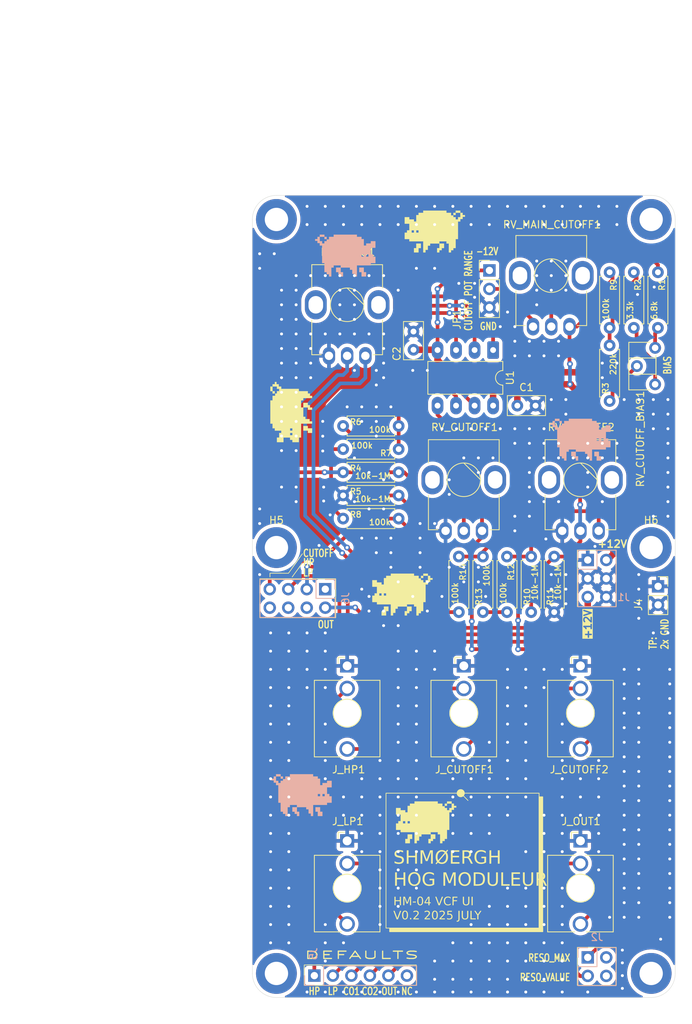
<source format=kicad_pcb>
(kicad_pcb (version 20241229) (generator "pcbnew") (generator_version "9.0")
  (layers (0 "F.Cu" signal) (2 "B.Cu" signal) (13 "F.Paste" user) (15 "B.Paste" user) (5 "F.SilkS" user "F.Silkscreen") (7 "B.SilkS" user "B.Silkscreen") (1 "F.Mask" user) (3 "B.Mask" user) (25 "Edge.Cuts" user))
  (net 0 "")
  (net 2 "+12V")
  (net 3 "GND")
  (net 4 "-12V")
  (net 5 "Net-(JP1-C)")
  (net 6 "RESO_MAX")
  (net 7 "RESO_VALUE")
  (net 8 "OUT_DEFAULT")
  (net 9 "CUTOFF_2_DEFAULT")
  (net 10 "CUTOFF_1_DEFAULT")
  (net 11 "Net-(R1-Pad2)")
  (net 12 "HP_DEFAULT")
  (net 13 "LP_DEFAULT")
  (net 15 "HP_IN")
  (net 18 "OUT")
  (net 19 "LP_IN")
  (net 20 "CUTOFF")
  (net 23 "Net-(J_CUTOFF1-PadT)")
  (net 24 "Net-(J_CUTOFF2-PadT)")
  (net 25 "Net-(R2-Pad2)")
  (net 26 "Net-(R3-Pad1)")
  (net 27 "Net-(U1A-+)")
  (net 28 "Net-(U1A--)")
  (net 30 "Net-(R7-Pad2)")
  (net 31 "Net-(R9-Pad1)")
  (net 32 "Net-(U1B-+)")
  (net 33 "Net-(U1B--)")
  (net 34 "Net-(R13-Pad2)")
  (footprint "MountingHole:MountingHole_3.2mm_M3_DIN965_Pad" (layer "F.Cu") (at 178.7 92.3)
    (property "Reference" "H6")
    (property "Value" "MountingHole")
  )
  (footprint "Capacitor_THT:C_Disc_D5.0mm_W2.5mm_P2.50mm" (layer "F.Cu") (at 160.342 72.829)
    (property "Reference" "C1")
    (property "Value" "C")
  )
  (footprint "Shmoergh_Custom_Footprints:Potentiometer_Bourns_Single-PTV09A" (layer "F.Cu") (at 165 55)
    (property "Reference" "RV_MAIN_CUTOFF1")
    (property "Value" "100k")
  )
  (footprint "Shmoergh_Custom_Footprints:R_Axial_DIN0207_L6.3mm_D2.5mm_P7.62mm_Horizontal" (layer "F.Cu") (at 165.402 101.15 90)
    (property "Reference" "R11")
    (property "Value" "10k-1M")
  )
  (footprint "Connector_PinHeader_2.54mm:PinHeader_1x03_P2.54mm_Vertical" (layer "F.Cu") (at 156.512 54.287)
    (property "Reference" "JP1")
    (property "Value" "Jumper_3_Open")
  )
  (footprint "Capacitor_THT:C_Disc_D5.0mm_W2.5mm_P2.50mm" (layer "F.Cu") (at 146.098 62.669 -90)
    (property "Reference" "C2")
    (property "Value" "C")
  )
  (footprint "Connector_PinSocket_2.54mm:PinSocket_1x02_P2.54mm_Vertical" (layer "F.Cu") (at 179.651 97.614)
    (property "Reference" "J4")
    (property "Value" "Conn_01x02")
  )
  (footprint "Shmoergh_Custom_Footprints:R_Axial_DIN0207_L6.3mm_D2.5mm_P7.62mm_Horizontal" (layer "F.Cu") (at 136.446 81.973)
    (property "Reference" "R4")
    (property "Value" "10k-1M")
  )
  (footprint "Shmoergh_Custom_Footprints:Potentiometer_Bourns_Single-PTV09A" (layer "F.Cu") (at 153 83)
    (property "Reference" "RV_CUTOFF1")
    (property "Value" "100k")
  )
  (footprint "Shmoergh_Custom_Footprints:R_Axial_DIN0207_L6.3mm_D2.5mm_P7.62mm_Horizontal" (layer "F.Cu") (at 144.066 78.798 180)
    (property "Reference" "R7")
    (property "Value" "100k")
  )
  (footprint "Shmoergh_Custom_Footprints:Jack_3.5mm_QingPu_WQP-PJ398SM_Vertical_CircularHoles" (layer "F.Cu") (at 169 115)
    (property "Reference" "J_CUTOFF2")
    (property "Value" "PJ398SM")
  )
  (footprint "Shmoergh_Custom_Footprints:R_Axial_DIN0207_L6.3mm_D2.5mm_P7.62mm_Horizontal" (layer "F.Cu") (at 173.000068 72.194 90)
    (property "Reference" "R3")
    (property "Value" "220k")
  )
  (footprint "MountingHole:MountingHole_3.2mm_M3_DIN965_Pad" (layer "F.Cu") (at 178.7 47.3)
    (property "Reference" "H2")
    (property "Value" "MountingHole")
  )
  (footprint "Shmoergh_Custom_Footprints:Jack_3.5mm_QingPu_WQP-PJ398SM_Vertical_CircularHoles" (layer "F.Cu") (at 153 115)
    (property "Reference" "J_CUTOFF1")
    (property "Value" "PJ398SM")
  )
  (footprint "MountingHole:MountingHole_3.2mm_M3_DIN965_Pad" (layer "F.Cu") (at 178.7 150.7)
    (property "Reference" "H3")
    (property "Value" "MountingHole")
  )
  (footprint "Shmoergh_Custom_Footprints:R_Axial_DIN0207_L6.3mm_D2.5mm_P7.62mm_Horizontal" (layer "F.Cu") (at 136.446 88.323)
    (property "Reference" "R8")
    (property "Value" "100k")
  )
  (footprint "MountingHole:MountingHole_3.2mm_M3_DIN965_Pad" (layer "F.Cu") (at 127.3 47.3)
    (property "Reference" "H1")
    (property "Value" "MountingHole")
  )
  (footprint "Shmoergh_Custom_Footprints:R_Axial_DIN0207_L6.3mm_D2.5mm_P7.62mm_Horizontal" (layer "F.Cu") (at 179.626 54.541 -90)
    (property "Reference" "R1")
    (property "Value" "6.8k")
  )
  (footprint "Shmoergh_Logo:Gyeszno" (layer "F.Cu") (at 129.334 73.718 90)
    (property "Reference" "G***" (hide yes))
    (property "Value" "LOGO" (hide yes))
  )
  (footprint "MountingHole:MountingHole_3.2mm_M3_DIN965_Pad" (layer "F.Cu") (at 127.3 150.7)
    (property "Reference" "H4")
    (property "Value" "MountingHole")
  )
  (footprint "Shmoergh_Custom_Footprints:Jack_3.5mm_QingPu_WQP-PJ398SM_Vertical_CircularHoles" (layer "F.Cu") (at 169 139)
    (property "Reference" "J_OUT1")
    (property "Value" "PJ398SM")
  )
  (footprint "Shmoergh_Custom_Footprints:R_Axial_DIN0207_L6.3mm_D2.5mm_P7.62mm_Horizontal" (layer "F.Cu") (at 162.241 101.15 90)
    (property "Reference" "R10")
    (property "Value" "10k-1M")
  )
  (footprint "Shmoergh_Custom_Footprints:Potentiometer_Bourns_Single-PTV09A" (layer "F.Cu") (at 169 83)
    (property "Reference" "RV_CUTOFF2")
    (property "Value" "100k")
  )
  (footprint "Shmoergh_Custom_Footprints:R_Axial_DIN0207_L6.3mm_D2.5mm_P7.62mm_Horizontal" (layer "F.Cu") (at 176.324 54.541 -90)
    (property "Reference" "R2")
    (property "Value" "3.3k")
  )
  (footprint "Shmoergh_Logo:Gyeszno" (layer "F.Cu") (at 147.829 129.979)
    (property "Reference" "G***" (hide yes))
    (property "Value" "LOGO" (hide yes))
  )
  (footprint "Shmoergh_Custom_Footprints:R_Axial_DIN0207_L6.3mm_D2.5mm_P7.62mm_Horizontal" (layer "F.Cu") (at 173.000068 54.541 -90)
    (property "Reference" "R9")
    (property "Value" "100k")
  )
  (footprint "Shmoergh_Custom_Footprints:Jack_3.5mm_QingPu_WQP-PJ398SM_Vertical_CircularHoles" (layer "F.Cu") (at 137 139)
    (property "Reference" "J_LP1")
    (property "Value" "PJ398SM")
  )
  (footprint "Shmoergh_Custom_Footprints:R_Axial_DIN0207_L6.3mm_D2.5mm_P7.62mm_Horizontal" (layer "F.Cu") (at 155.623 101.15 90)
    (property "Reference" "R13")
    (property "Value" "100k")
  )
  (footprint "Shmoergh_Custom_Footprints:R_Axial_DIN0207_L6.3mm_D2.5mm_P7.62mm_Horizontal" (layer "F.Cu") (at 158.925 93.53 -90)
    (property "Reference" "R12")
    (property "Value" "100k")
  )
  (footprint "Shmoergh_Custom_Footprints:R_Axial_DIN0207_L6.3mm_D2.5mm_P7.62mm_Horizontal" (layer "F.Cu") (at 136.446 85.148)
    (property "Reference" "R5")
    (property "Value" "10k-1M")
  )
  (footprint "Shmoergh_Custom_Footprints:R_Axial_DIN0207_L6.3mm_D2.5mm_P7.62mm_Horizontal" (layer "F.Cu") (at 152.321 93.53 -90)
    (property "Reference" "R14")
    (property "Value" "100k")
  )
  (footprint "Shmoergh_Custom_Footprints:R_Axial_DIN0207_L6.3mm_D2.5mm_P7.62mm_Horizontal" (layer "F.Cu") (at 136.446 75.623)
    (property "Reference" "R6")
    (property "Value" "100k")
  )
  (footprint "MountingHole:MountingHole_3.2mm_M3_DIN965_Pad" (layer "F.Cu") (at 127.3 92.3)
    (property "Reference" "H5")
    (property "Value" "MountingHole")
  )
  (footprint "Shmoergh_Logo:Gyeszno" (layer "F.Cu") (at 149.019 48.953)
    (property "Reference" "G***" (hide yes))
    (property "Value" "LOGO" (hide yes))
  )
  (footprint "Shmoergh_Custom_Footprints:Jack_3.5mm_QingPu_WQP-PJ398SM_Vertical_CircularHoles" (layer "F.Cu") (at 137 115)
    (property "Reference" "J_HP1")
    (property "Value" "PJ398SM")
  )
  (footprint "Potentiometer_THT:Potentiometer_ACP_CA6-H2,5_Horizontal" (layer "F.Cu") (at 179.245 69.908 180)
    (property "Reference" "RV_CUTOFF_BIAS1")
    (property "Value" "10k")
  )
  (footprint "Package_DIP:DIP-8_W7.62mm_LongPads" (layer "F.Cu") (at 157.02 65.209 -90)
    (property "Reference" "U1")
    (property "Value" "TL072")
  )
  (footprint "Shmoergh_Custom_Footprints:Potentiometer_Bourns_Single-PTV09A" (layer "F.Cu") (at 137 59)
    (property "Reference" "RV_RESO1")
    (property "Value" "100k")
  )
  (footprint "Shmoergh_Logo:Gyeszno" (layer "F.Cu") (at 144.574 98.737)
    (property "Reference" "G***" (hide yes))
    (property "Value" "LOGO" (hide yes))
  )
  (footprint "Connector_PinSocket_2.54mm:PinSocket_2x03_P2.54mm_Vertical" (layer "B.Cu") (at 170 94 180)
    (property "Reference" "J1")
    (property "Value" "Conn_02x03_Odd_Even")
  )
  (footprint "Connector_PinSocket_2.54mm:PinSocket_2x04_P2.54mm_Vertical" (layer "B.Cu") (at 134 98 90)
    (property "Reference" "J6")
    (property "Value" "Conn_02x04_Odd_Even")
  )
  (footprint "Shmoergh_Logo:Gyeszno" (layer "B.Cu") (at 169 77.5 180)
    (property "Reference" "G***" (hide yes))
    (property "Value" "LOGO" (hide yes))
  )
  (footprint "Shmoergh_Logo:Gyeszno" (layer "B.Cu") (at 130.75 126.25 180)
    (property "Reference" "G***" (hide yes))
    (property "Value" "LOGO" (hide yes))
  )
  (footprint "Connector_PinSocket_2.54mm:PinSocket_2x02_P2.54mm_Vertical" (layer "B.Cu") (at 170 148.5 180)
    (property "Reference" "J2")
    (property "Value" "Conn_02x02_Counter_Clockwise")
  )
  (footprint "Connector_PinSocket_2.54mm:PinSocket_1x06_P2.54mm_Vertical" (layer "B.Cu") (at 132.5 151 -90)
    (property "Reference" "J5")
    (property "Value" "Conn_01x06")
  )
  (footprint "Shmoergh_Logo:Gyeszno" (layer "B.Cu") (at 136.75 52.25 180)
    (property "Reference" "G***" (hide yes))
    (property "Value" "LOGO" (hide yes))
  )
  (gr_line (start 128.953 95.816) (end 126.413 95.816) (stroke (width 0.1)) (layer "F.SilkS"))
  (gr_line (start 130.858 94.419) (end 129.461 96.324) (stroke (width 0.1)) (layer "F.SilkS"))
  (gr_line (start 130.858 93.149) (end 128.953 95.816) (stroke (width 0.1)) (layer "F.SilkS"))
  (gr_rect (start 168.577 92.641) (end 173.911 100.388) (stroke (width 0.1)) (fill no) (layer "F.SilkS"))
  (gr_rect (start 142.829 144.479) (end 163.829 144.979) (stroke (width 0.1)) (fill yes) (layer "F.SilkS"))
  (gr_line (start 153.579 126.979) (end 152.579 125.979) (stroke (width 0.1)) (layer "F.SilkS"))
  (gr_rect (start 168.577 147.124) (end 173.911 152.331) (stroke (width 0.1)) (fill no) (layer "F.SilkS"))
  (gr_rect (start 163.329 126.479) (end 163.829 144.979) (stroke (width 0.1)) (fill yes) (layer "F.SilkS"))
  (gr_rect (start 142.329 125.979) (end 163.329 144.479) (stroke (width 0.1)) (fill no) (layer "F.SilkS"))
  (gr_rect (start 131.112 149.537) (end 146.479 152.331) (stroke (width 0.1)) (fill no) (layer "F.SilkS"))
  (gr_line (start 126.413 95.816) (end 126.413 96.324) (stroke (width 0.1)) (layer "F.SilkS"))
  (gr_circle (center 152.579 125.979) (end 152.579 125.479) (stroke (width 0.1)) (fill yes) (layer "F.SilkS"))
  (gr_rect (start 125.016 96.578) (end 135.43 101.912) (stroke (width 0.1)) (fill no) (layer "F.SilkS"))
  (gr_line (start 178.7 154) (end 127.3 154) (stroke (width 0.05)) (layer "Edge.Cuts"))
  (gr_arc (start 182 150.7) (mid 181.033452 153.033452) (end 178.7 154) (stroke (width 0.05)) (layer "Edge.Cuts"))
  (gr_line (start 182 47.3) (end 182 150.7) (stroke (width 0.05)) (layer "Edge.Cuts"))
  (gr_line (start 127.3 44) (end 178.7 44) (stroke (width 0.05)) (layer "Edge.Cuts"))
  (gr_line (start 124 150.7) (end 124 47.3) (stroke (width 0.05)) (layer "Edge.Cuts"))
  (gr_arc (start 124 47.3) (mid 124.966548 44.966548) (end 127.3 44) (stroke (width 0.05)) (layer "Edge.Cuts"))
  (gr_arc (start 127.3 154) (mid 124.966548 153.033452) (end 124 150.7) (stroke (width 0.05)) (layer "Edge.Cuts"))
  (gr_arc (start 178.7 44) (mid 181.033452 44.966548) (end 182 47.3) (stroke (width 0.05)) (layer "Edge.Cuts"))
  (gr_text "SHMØERGH \nHOG MODULEUR" (at 143.329 138.979 0) (layer "F.SilkS") (effects (font (size 1.8 1.8) (thickness 0.1)) (justify left bottom)))
  (gr_text "GND" (at 155.115 62.542 0) (layer "F.SilkS") (effects (font (size 1 0.75) (thickness 0.17) (bold yes)) (justify left bottom)))
  (gr_text "DEFAULTS" (at 138.986 148.775 0) (layer "F.SilkS") (effects (font (size 1 2.2) (thickness 0.17) (bold yes)) (justify bottom)))
  (gr_text "CUTOFF" (at 130.858 93.657 0) (layer "F.SilkS") (effects (font (size 1 0.75) (thickness 0.17) (bold yes)) (justify left bottom)))
  (gr_text "RESO_VALUE" (at 167.688 151.823 0) (layer "F.SilkS") (effects (font (size 1 0.75) (thickness 0.17) (bold yes)) (justify right bottom)))
  (gr_text "HP" (at 130.858 94.927 0) (layer "F.SilkS") (effects (font (size 1 0.75) (thickness 0.17) (bold yes)) (justify left bottom)))
  (gr_text "+12V" (at 170.609 104.96 90) (layer "F.SilkS" knockout) (effects (font (size 1 1) (thickness 0.2) (bold yes)) (justify left bottom)))
  (gr_text "NC" (at 145.209 153.728 0) (layer "F.SilkS") (effects (font (size 1 0.75) (thickness 0.17) (bold yes)) (justify bottom)))
  (gr_text "CO2" (at 140.129 153.728 0) (layer "F.SilkS") (effects (font (size 1 0.75) (thickness 0.17) (bold yes)) (justify bottom)))
  (gr_text "TP:\n2x GND" (at 181.15 106.357 90) (layer "F.SilkS") (effects (font (size 1 0.75) (thickness 0.17) (bold yes)) (justify left bottom)))
  (gr_text "+12V" (at 171.244 92.387 0) (layer "F.SilkS") (effects (font (size 1 1) (thickness 0.2) (bold yes)) (justify left bottom)))
  (gr_text "BIAS" (at 181.531 68.638 90) (layer "F.SilkS") (effects (font (size 1 0.75) (thickness 0.17) (bold yes)) (justify left bottom)))
  (gr_text "OUT" (at 142.796 153.728 0) (layer "F.SilkS") (effects (font (size 1 0.75) (thickness 0.17) (bold yes)) (justify bottom)))
  (gr_text "-12V" (at 154.607 52.255 0) (layer "F.SilkS") (effects (font (size 1 0.75) (thickness 0.17) (bold yes)) (justify left bottom)))
  (gr_text "LP" (at 130.858 96.324 0) (layer "F.SilkS") (effects (font (size 1 0.75) (thickness 0.17) (bold yes)) (justify left bottom)))
  (gr_text "CUTOFF POT RANGE" (at 154.226 62.669 90) (layer "F.SilkS") (effects (font (size 1 0.75) (thickness 0.17) (bold yes)) (justify left bottom)))
  (gr_text "OUT" (at 132.89 103.436 0) (layer "F.SilkS") (effects (font (size 1 0.75) (thickness 0.17) (bold yes)) (justify left bottom)))
  (gr_text "HP" (at 132.509 153.728 0) (layer "F.SilkS") (effects (font (size 1 0.75) (thickness 0.17) (bold yes)) (justify bottom)))
  (gr_text "CO1" (at 137.589 153.728 0) (layer "F.SilkS") (effects (font (size 1 0.75) (thickness 0.17) (bold yes)) (justify bottom)))
  (gr_text "RESO_MAX" (at 167.688 149.156 0) (layer "F.SilkS") (effects (font (size 1 0.75) (thickness 0.17) (bold yes)) (justify right bottom)))
  (gr_text "HM-04 VCF UI \nV0.2 2025 JULY" (at 143.329 143.479 0) (layer "F.SilkS") (effects (font (size 1.15 1.15) (thickness 0.1)) (justify left bottom)))
  (gr_text "LP" (at 135.049 153.728 0) (layer "F.SilkS") (effects (font (size 1 0.75) (thickness 0.17) (bold yes)) (justify bottom)))
  (segment (start 167.5 62) (end 167.5 67.053) (width 0.508) (layer "F.Cu") (net 2))
  (segment (start 160.449 69.908) (end 158.036 69.908) (width 0.889) (layer "F.Cu") (net 2))
  (segment (start 160.342 72.829) (end 160.342 70.015) (width 0.889) (layer "F.Cu") (net 2))
  (segment (start 179.626 53.525) (end 179.626 54.541) (width 0.508) (layer "F.Cu") (net 2))
  (segment (start 172.679 94) (end 173.53 93.149) (width 0.889) (layer "F.Cu") (net 2))
  (segment (start 168.484 62) (end 174.8 55.684) (width 0.508) (layer "F.Cu") (net 2))
  (segment (start 157.02 70.924) (end 157.02 72.829) (width 0.889) (layer "F.Cu") (net 2))
  (segment (start 170.355 76.766) (end 168.831 75.242) (width 0.889) (layer "F.Cu") (net 2))
  (segment (start 167.5 67.053) (end 167.561 67.114) (width 0.508) (layer "F.Cu") (net 2))
  (segment (start 173.53 87.688) (end 176.578 84.64) (width 0.889) (layer "F.Cu") (net 2))
  (segment (start 178.483 52.382) (end 179.626 53.525) (width 0.508) (layer "F.Cu") (net 2))
  (segment (start 175.435 76.766) (end 170.355 76.766) (width 0.889) (layer "F.Cu") (net 2))
  (segment (start 158.036 69.908) (end 157.02 70.924) (width 0.889) (layer "F.Cu") (net 2))
  (segment (start 176.578 84.64) (end 176.578 77.909) (width 0.889) (layer "F.Cu") (net 2))
  (segment (start 174.8 55.684) (end 174.8 53.525) (width 0.508) (layer "F.Cu") (net 2))
  (segment (start 168.831 71.178) (end 167.561 69.908) (width 0.889) (layer "F.Cu") (net 2))
  (segment (start 167.5 62) (end 168.484 62) (width 0.508) (layer "F.Cu") (net 2))
  (segment (start 172.54 94) (end 172.679 94) (width 0.889) (layer "F.Cu") (net 2))
  (segment (start 176.578 77.909) (end 175.435 76.766) (width 0.889) (layer "F.Cu") (net 2))
  (segment (start 160.342 70.015) (end 160.449 69.908) (width 0.889) (layer "F.Cu") (net 2))
  (segment (start 167.688 69.908) (end 167.561 69.908) (width 0.889) (layer "F.Cu") (net 2))
  (segment (start 167.561 69.908) (end 160.449 69.908) (width 0.889) (layer "F.Cu") (net 2))
  (segment (start 174.8 53.525) (end 175.943 52.382) (width 0.508) (layer "F.Cu") (net 2))
  (segment (start 168.831 75.242) (end 168.831 71.178) (width 0.889) (layer "F.Cu") (net 2))
  (segment (start 175.943 52.382) (end 178.483 52.382) (width 0.508) (layer "F.Cu") (net 2))
  (segment (start 173.53 93.149) (end 173.53 87.688) (width 0.889) (layer "F.Cu") (net 2))
  (via (at 167.561 67.114) (size 0.8) (drill 0.4) (layers "F.Cu" "B.Cu") (net 2))
  (via (at 167.561 69.908) (size 0.8) (drill 0.4) (layers "F.Cu" "B.Cu") (net 2))
  (segment (start 167.561 67.114) (end 167.561 69.908) (width 0.508) (layer "B.Cu") (net 2))
  (via (at 166.5 141.5) (size 0.8) (drill 0.4) (layers "F.Cu" "B.Cu") (net 3))
  (via (at 150 99) (size 0.8) (drill 0.4) (layers "F.Cu" "B.Cu") (net 3))
  (via (at 142 101) (size 0.8) (drill 0.4) (layers "F.Cu" "B.Cu") (net 3))
  (via (at 146.5 116.5) (size 0.8) (drill 0.4) (layers "F.Cu" "B.Cu") (net 3))
  (via (at 156.5 149) (size 0.8) (drill 0.4) (layers "F.Cu" "B.Cu") (net 3))
  (via (at 161.5 109) (size 0.8) (drill 0.4) (layers "F.Cu" "B.Cu") (net 3))
  (via (at 148 101) (size 0.8) (drill 0.4) (layers "F.Cu" "B.Cu") (net 3))
  (via (at 176.832 57.589) (size 0.8) (drill 0.4) (layers "F.Cu" "B.Cu") (net 3))
  (via (at 141.5 136.5) (size 0.8) (drill 0.4) (layers "F.Cu" "B.Cu") (net 3))
  (via (at 175 119) (size 0.8) (drill 0.4) (layers "F.Cu" "B.Cu") (net 3))
  (via (at 147 93) (size 0.8) (drill 0.4) (layers "F.Cu" "B.Cu") (net 3))
  (via (at 155 80) (size 0.8) (drill 0.4) (layers "F.Cu" "B.Cu") (net 3))
  (via (at 158 76) (size 0.8) (drill 0.4) (layers "F.Cu" "B.Cu") (net 3))
  (via (at 132 65) (size 0.8) (drill 0.4) (layers "F.Cu" "B.Cu") (net 3))
  (via (at 175 141) (size 0.8) (drill 0.4) (layers "F.Cu" "B.Cu") (net 3))
  (via (at 129 126.5) (size 0.8) (drill 0.4) (layers "F.Cu" "B.Cu") (net 3))
  (via (at 166.5 124) (size 0.8) (drill 0.4) (layers "F.Cu" "B.Cu") (net 3))
  (via (at 164 129) (size 0.8) (drill 0.4) (layers "F.Cu" "B.Cu") (net 3))
  (via (at 126.5 134) (size 0.8) (drill 0.4) (layers "F.Cu" "B.Cu") (net 3))
  (via (at 146 68) (size 0.8) (drill 0.4) (layers "F.Cu" "B.Cu") (net 3))
  (via (at 129 146.5) (size 0.8) (drill 0.4) (layers "F.Cu" "B.Cu") (net 3))
  (via (at 160 76) (size 0.8) (drill 0.4) (layers "F.Cu" "B.Cu") (net 3))
  (via (at 159 116.5) (size 0.8) (drill 0.4) (layers "F.Cu" "B.Cu") (net 3))
  (via (at 128 71) (size 0.8) (drill 0.4) (layers "F.Cu" "B.Cu") (net 3))
  (via (at 141 75) (size 0.8) (drill 0.4) (layers "F.Cu" "B.Cu") (net 3))
  (via (at 159 119) (size 0.8) (drill 0.4) (layers "F.Cu" "B.Cu") (net 3))
  (via (at 136.5 129) (size 0.8) (drill 0.4) (layers "F.Cu" "B.Cu") (net 3))
  (via (at 177 113) (size 0.8) (drill 0.4) (layers "F.Cu" "B.Cu") (net 3))
  (via (at 181.25 125) (size 0.8) (drill 0.4) (layers "F.Cu" "B.Cu") (net 3))
  (via (at 181.25 111) (size 0.8) (drill 0.4) (layers "F.Cu" "B.Cu") (net 3))
  (via (at 154 151.5) (size 0.8) (drill 0.4) (layers "F.Cu" "B.Cu") (net 3))
  (via (at 130 77) (size 0.8) (drill 0.4) (layers "F.Cu" "B.Cu") (net 3))
  (via (at 129 119) (size 0.8) (drill 0.4) (layers "F.Cu" "B.Cu") (net 3))
  (via (at 130 67) (size 0.8) (drill 0.4) (layers "F.Cu" "B.Cu") (net 3))
  (via (at 153 95) (size 0.8) (drill 0.4) (layers "F.Cu" "B.Cu") (net 3))
  (via (at 136.5 153.25) (size 0.8) (drill 0.4) (layers "F.Cu" "B.Cu") (net 3))
  (via (at 125 54) (size 0.8) (drill 0.4) (layers "F.Cu" "B.Cu") (net 3))
  (via (at 126.5 106.5) (size 0.8) (drill 0.4) (layers "F.Cu" "B.Cu") (net 3))
  (via (at 144 134) (size 0.8) (drill 0.4) (layers "F.Cu" "B.Cu") (net 3))
  (via (at 177 74) (size 0.8) (drill 0.4) (layers "F.Cu" "B.Cu") (net 3))
  (via (at 136 55) (size 0.8) (drill 0.4) (layers "F.Cu" "B.Cu") (net 3))
  (via (at 164 134) (size 0.8) (drill 0.4) (layers "F.Cu" "B.Cu") (net 3))
  (via (at 175 113) (size 0.8) (drill 0.4) (layers "F.Cu" "B.Cu") (net 3))
  (via (at 163 55) (size 0.8) (drill 0.4) (layers "F.Cu" "B.Cu") (net 3))
  (via (at 164 78) (size 0.8) (drill 0.4) (layers "F.Cu" "B.Cu") (net 3))
  (via (at 141 70) (size 0.8) (drill 0.4) (layers "F.Cu" "B.Cu") (net 3))
  (via (at 179 88) (size 0.8) (drill 0.4) (layers "F.Cu" "B.Cu") (net 3))
  (via (at 146.5 124) (size 0.8) (drill 0.4) (layers "F.Cu" "B.Cu") (net 3))
  (via (at 130 79) (size 0.8) (drill 0.4) (layers "F.Cu" "B.Cu") (net 3))
  (via (at 134 121.5) (size 0.8) (drill 0.4) (layers "F.Cu" "B.Cu") (net 3))
  (via (at 141.5 141.5) (size 0.8) (drill 0.4) (layers "F.Cu" "B.Cu") (net 3))
  (via (at 175 133) (size 0.8) (drill 0.4) (layers "F.Cu" "B.Cu") (net 3))
  (via (at 171.5 134) (size 0.8) (drill 0.4) (layers "F.Cu" "B.Cu") (net 3))
  (via (at 134 124) (size 0.8) (drill 0.4) (layers "F.Cu" "B.Cu") (net 3))
  (via (at 163 59) (size 0.8) (drill 0.4) (layers "F.Cu" "B.Cu") (net 3))
  (via (at 128 79) (size 0.8) (drill 0.4) (layers "F.Cu" "B.Cu") (net 3))
  (via (at 144 126.5) (size 0.8) (drill 0.4) (layers "F.Cu" "B.Cu") (net 3))
  (via (at 125 52) (size 0.8) (drill 0.4) (layers "F.Cu" "B.Cu") (net 3))
  (via (at 134 153.25) (size 0.8) (drill 0.4) (layers "F.Cu" "B.Cu") (net 3))
  (via (at 134 111.5) (size 0.8) (drill 0.4) (layers "F.Cu" "B.Cu") (net 3))
  (via (at 181 74) (size 0.8) (drill 0.4) (layers "F.Cu" "B.Cu") (net 3))
  (via (at 156.5 48) (size 0.8) (drill 0.4) (layers "F.Cu" "B.Cu") (net 3))
  (via (at 156 76) (size 0.8) (drill 0.4) (layers "F.Cu" "B.Cu") (net 3))
  (via (at 134 119) (size 0.8) (drill 0.4) (layers "F.Cu" "B.Cu") (net 3))
  (via (at 130 59) (size 0.8) (drill 0.4) (layers "F.Cu" "B.Cu") (net 3))
  (via (at 175 125) (size 0.8) (drill 0.4) (layers "F.Cu" "B.Cu") (net 3))
  (via (at 159 151.5) (size 0.8) (drill 0.4) (layers "F.Cu" "B.Cu") (net 3))
  (via (at 174 80) (size 0.8) (drill 0.4) (layers "F.Cu" "B.Cu") (net 3))
  (via (at 175 123) (size 0.8) (drill 0.4) (layers "F.Cu" "B.Cu") (net 3))
  (via (at 166.5 126.5) (size 0.8) (drill 0.4) (layers "F.Cu" "B.Cu") (net 3))
  (via (at 162 76) (size 0.8) (drill 0.4) (layers "F.Cu" "B.Cu") (net 3))
  (via (at 141 68) (size 0.8) (drill 0.4) (layers "F.Cu" "B.Cu") (net 3))
  (via (at 167 72) (size 0.8) (drill 0.4) (layers "F.Cu" "B.Cu") (net 3))
  (via (at 146.5 126.5) (size 0.8) (drill 0.4) (layers "F.Cu" "B.Cu") (net 3))
  (via (at 156.5 153.25) (size 0.8) (drill 0.4) (layers "F.Cu" "B.Cu") (net 3))
  (via (at 154 129) (size 0.8) (drill 0.4) (layers "F.Cu" "B.Cu") (net 3))
  (via (at 172 78) (size 0.8) (drill 0.4) (layers "F.Cu" "B.Cu") (net 3))
  (via (at 156.5 129) (size 0.8) (drill 0.4) (layers "F.Cu" "B.Cu") (net 3))
  (via (at 128 57) (size 0.8) (drill 0.4) (layers "F.Cu" "B.Cu") (net 3))
  (via (at 162 78) (size 0.8) (drill 0.4) (layers "F.Cu" "B.Cu") (net 3))
  (via (at 163 57) (size 0.8) (drill 0.4) (layers "F.Cu" "B.Cu") (net 3))
  (via (at 175 72) (size 0.8) (drill 0.4) (layers "F.Cu" "B.Cu") (net 3))
  (via (at 174.75 149.25) (size 0.8) (drill 0.4) (layers "F.Cu" "B.Cu") (net 3))
  (via (at 152.321 56.065) (size 0.8) (drill 0.4) (layers "F.Cu" "B.Cu") (net 3))
  (via (at 177 137) (size 0.8) (drill 0.4) (layers "F.Cu" "B.Cu") (net 3))
  (via (at 165 96) (size 0.8) (drill 0.4) (layers "F.Cu" "B.Cu") (net 3))
  (via (at 140 87) (size 0.8) (drill 0.4) (layers "F.Cu" "B.Cu") (net 3))
  (via (at 144 57) (size 0.8) (drill 0.4) (layers "F.Cu" "B.Cu") (net 3))
  (via (at 177 135) (size 0.8) (drill 0.4) (layers "F.Cu" "B.Cu") (net 3))
  (via (at 130 63) (size 0.8) (drill 0.4) (layers "F.Cu" "B.Cu") (net 3))
  (via (at 177 127) (size 0.8) (drill 0.4) (layers "F.Cu" "B.Cu") (net 3))
  (via (at 146.5 136.5) (size 0.8) (drill 0.4) (layers "F.Cu" "B.Cu") (net 3))
  (via (at 161.5 144) (size 0.8) (drill 0.4) (layers "F.Cu" "B.Cu") (net 3))
  (via (at 129 144) (size 0.8) (drill 0.4) (layers "F.Cu" "B.Cu") (net 3))
  (via (at 164 139) (size 0.8) (drill 0.4) (layers "F.Cu" "B.Cu") (net 3))
  (via (at 146.5 131.5) (size 0.8) (drill 0.4) (layers "F.Cu" "B.Cu") (net 3))
  (via (at 144 129) (size 0.8) (drill 0.4) (layers "F.Cu" "B.Cu") (net 3))
  (via (at 138 55) (size 0.8) (drill 0.4) (layers "F.Cu" "B.Cu") (net 3))
  (via (at 160 62) (size 0.8) (drill 0.4) (layers "F.Cu" "B.Cu") (net 3))
  (via (at 146.5 111.5) (size 0.8) (drill 0.4) (layers "F.Cu" "B.Cu") (net 3))
  (via (at 152 76) (size 0.8) (drill 0.4) (layers "F.Cu" "B.Cu") (net 3))
  (via (at 151.5 153.25) (size 0.8) (drill 0.4) (layers "F.Cu" "B.Cu") (net 3))
  (via (at 159 45.5) (size 0.8) (drill 0.4) (layers "F.Cu" "B.Cu") (net 3))
  (via (at 169 126.5) (size 0.8) (drill 0.4) (layers "F.Cu" "B.Cu") (net 3))
  (via (at 130 55) (size 0.8) (drill 0.4) (layers "F.Cu" "B.Cu") (net 3))
  (via (at 132 63) (size 0.8) (drill 0.4) (layers "F.Cu" "B.Cu") (net 3))
  (via (at 139 124) (size 0.8) (drill 0.4) (layers "F.Cu" "B.Cu") (net 3))
  (via (at 146.5 153.25) (size 0.8) (drill 0.4) (layers "F.Cu" "B.Cu") (net 3))
  (via (at 162 86) (size 0.8) (drill 0.4) (layers "F.Cu" "B.Cu") (net 3))
  (via (at 166 78) (size 0.8) (drill 0.4) (layers "F.Cu" "B.Cu") (net 3))
  (via (at 142 103) (size 0.8) (drill 0.4) (layers "F.Cu" "B.Cu") (net 3))
  (via (at 177 121) (size 0.8) (drill 0.4) (layers "F.Cu" "B.Cu") (net 3))
  (via (at 136.5 48) (size 0.8) (drill 0.4) (layers "F.Cu" "B.Cu") (net 3))
  (via (at 177 111) (size 0.8) (drill 0.4) (layers "F.Cu" "B.Cu") (net 3))
  (via (at 181.25 139) (size 0.8) (drill 0.4) (layers "F.Cu" "B.Cu") (net 3))
  (via (at 166.5 139) (size 0.8) (drill 0.4) (layers "F.Cu" "B.Cu") (net 3))
  (via (at 130 61) (size 0.8) (drill 0.4) (layers "F.Cu" "B.Cu") (net 3))
  (via (at 179 74) (size 0.8) (drill 0.4) (layers "F.Cu" "B.Cu") (net 3))
  (via (at 129 134) (size 0.8) (drill 0.4) (layers "F.Cu" "B.Cu") (net 3))
  (via (at 134 55) (size 0.8) (drill 0.4) (layers "F.Cu" "B.Cu") (net 3))
  (via (at 128 73) (size 0.8) (drill 0.4) (layers "F.Cu" "B.Cu") (net 3))
  (via (at 137 73) (size 0.8) (drill 0.4) (layers "F.Cu" "B.Cu") (net 3))
  (via (at 129 104) (size 0.8) (drill 0.4) (layers "F.Cu" "B.Cu") (net 3))
  (via (at 161.5 114) (size 0.8) (drill 0.4) (layers "F.Cu" "B.Cu") (net 3))
  (via (at 154 124) (size 0.8) (drill 0.4) (layers "F.Cu" "B.Cu") (net 3))
  (via (at 181 84) (size 0.8) (drill 0.4) (layers "F.Cu" "B.Cu") (net 3))
  (via (at 134.668 87.815) (size 0.8) (drill 0.4) (layers "F.Cu" "B.Cu") (net 3))
  (via (at 159 124) (size 0.8) (drill 0.4) (layers "F.Cu" "B.Cu") (net 3))
  (via (at 160 66) (size 0.8) (drill 0.4) (layers "F.Cu" "B.Cu") (net 3))
  (via (at 165 53) (size 0.8) (drill 0.4) (layers "F.Cu" "B.Cu") (net 3))
  (via (at 132 67) (size 0.8) (drill 0.4) (layers "F.Cu" "B.Cu") (net 3))
  (via (at 154 126.5) (size 0.8) (drill 0.4) (layers "F.Cu" "B.Cu") (net 3))
  (via (at 165 72) (size 0.8) (drill 0.4) (layers "F.Cu" "B.Cu") (net 3))
  (via (at 161.5 126.5) (size 0.8) (drill 0.4) (layers "F.Cu" "B.Cu") (net 3))
  (via (at 134 109) (size 0.8) (drill 0.4) (layers "F.Cu" "B.Cu") (net 3))
  (via (at 146.5 54) (size 0.8) (drill 0.4) (layers "F.Cu" "B.Cu") (net 3))
  (via (at 154.48 56.065) (size 0.8) (drill 0.4) (layers "F.Cu" "B.Cu") (net 3))
  (via (at 141.5 121.5) (size 0.8) (drill 0.4) (layers "F.Cu" "B.Cu") (net 3))
  (via (at 149 89) (size 0.8) (drill 0.4) (layers "F.Cu" "B.Cu") (net 3))
  (via (at 149 48) (size 0.8) (drill 0.4) (layers "F.Cu" "B.Cu") (net 3))
  (via (at 181 88) (size 0.8) (drill 0.4) (layers "F.Cu" "B.Cu") (net 3))
  (via (at 134 48) (size 0.8) (drill 0.4) (layers "F.Cu" "B.Cu") (net 3))
  (via (at 164 86) (size 0.8) (drill 0.4) (layers "F.Cu" "B.Cu") (net 3))
  (via (at 126.5 116.5) (size 0.8) (drill 0.4) (layers "F.Cu" "B.Cu") (net 3))
  (via (at 174 67) (size 0.8) (drill 0.4) (layers "F.Cu" "B.Cu") (net 3))
  (via (at 166 80) (size 0.8) (drill 0.4) (layers "F.Cu" "B.Cu") (net 3))
  (via (at 170.99 92.133) (size 0.8) (drill 0.4) (layers "F.Cu" "B.Cu") (net 3))
  (via (at 144 114) (size 0.8) (drill 0.4) (layers "F.Cu" "B.Cu") (net 3))
  (via (at 166.5 144) (size 0.8) (drill 0.4) (layers "F.Cu" "B.Cu") (net 3))
  (via (at 175 129) (size 0.8) (drill 0.4) (layers "F.Cu" "B.Cu") (net 3))
  (via (at 179 76) (size 0.8) (drill 0.4) (layers "F.Cu" "B.Cu") (net 3))
  (via (at 146.5 45.5) (size 0.8) (drill 0.4) (layers "F.Cu" "B.Cu") (net 3))
  (via (at 130 71) (size 0.8) (drill 0.4) (layers "F.Cu" "B.Cu") (net 3))
  (via (at 133.652 79.052) (size 0.8) (drill 0.4) (layers "F.Cu" "B.Cu") (net 3))
  (via (at 126.5 146.5) (size 0.8) (drill 0.4) (layers "F.Cu" "B.Cu") (net 3))
  (via (at 170 153.25) (size 0.8) (drill 0.4) (layers "F.Cu" "B.Cu") (net 3))
  (via (at 161.5 121.5) (size 0.8) (drill 0.4) (layers "F.Cu" "B.Cu") (net 3))
  (via (at 161.5 48) (size 0.8) (drill 0.4) (layers "F.Cu" "B.Cu") (net 3))
  (via (at 134 149) (size 0.8) (drill 0.4) (layers "F.Cu" "B.Cu") (net 3))
  (via (at 144 139) (size 0.8) (drill 0.4) (layers "F.Cu" "B.Cu") (net 3))
  (via (at 155 97) (size 0.8) (drill 0.4) (layers "F.Cu" "B.Cu") (net 3))
  (via (at 181.25 121) (size 0.8) (drill 0.4) (layers "F.Cu" "B.Cu") (net 3))
  (via (at 151.5 48) (size 0.8) (drill 0.4) (layers "F.Cu" "B.Cu") (net 3))
  (via (at 162 66) (size 0.8) (drill 0.4) (layers "F.Cu" "B.Cu") (net 3))
  (via (at 149 106.5) (size 0.8) (drill 0.4) (layers "F.Cu" "B.Cu") (net 3))
  (via (at 131.5 109) (size 0.8) (drill 0.4) (layers "F.Cu" "B.Cu") (net 3))
  (via (at 126.5 129) (size 0.8) (drill 0.4) (layers "F.Cu" "B.Cu") (net 3))
  (via (at 149 45.5) (size 0.8) (drill 0.4) (layers "F.Cu" "B.Cu") (net 3))
  (via (at 177 143) (size 0.8) (drill 0.4) (layers "F.Cu" "B.Cu") (net 3))
  (via (at 129 124) (size 0.8) (drill 0.4) (layers "F.Cu" "B.Cu") (net 3))
  (via (at 151 83) (size 0.8) (drill 0.4) (layers "F.Cu" "B.Cu") (net 3))
  (via (at 161.5 134) (size 0.8) (drill 0.4) (layers "F.Cu" "B.Cu") (net 3))
  (via (at 156.5 126.5) (size 0.8) (drill 0.4) (layers "F.Cu" "B.Cu") (net 3))
  (via (at 144 153.25) (size 0.8) (drill 0.4) (layers "F.Cu" "B.Cu") (net 3))
  (via (at 144 124) (size 0.8) (drill 0.4) (layers "F.Cu" "B.Cu") (net 3))
  (via (at 177 115) (size 0.8) (drill 0.4) (layers "F.Cu" "B.Cu") (net 3))
  (via (at 154 134) (size 0.8) (drill 0.4) (layers "F.Cu" "B.Cu") (net 3))
  (via (at 133.144 92.006) (size 0.8) (drill 0.4) (layers "F.Cu" "B.Cu") (net 3))
  (via (at 161.5 124) (size 0.8) (drill 0.4) (layers "F.Cu" "B.Cu") (net 3))
  (via (at 160 78) (size 0.8) (drill 0.4) (layers "F.Cu" "B.Cu") (net 3))
  (via (at 129 111.5) (size 0.8) (drill 0.4) (layers "F.Cu" "B.Cu") (net 3))
  (via (at 175 109) (size 0.8) (drill 0.4) (layers "F.Cu" "B.Cu") (net 3))
  (via (at 181.25 141) (size 0.8) (drill 0.4) (layers "F.Cu" "B.Cu") (net 3))
  (via (at 126.5 139) (size 0.8) (drill 0.4) (layers "F.Cu" "B.Cu") (net 3))
  (via (at 142 69) (size 0.8) (drill 0.4) (layers "F.Cu" "B.Cu") (net 3))
  (via (at 167 53) (size 0.8) (drill 0.4) (layers "F.Cu" "B.Cu") (net 3))
  (via (at 164 141.5) (size 0.8) (drill 0.4) (layers "F.Cu" "B.Cu") (net 3))
  (via (at 164 45.5) (size 0.8) (drill 0.4) (layers "F.Cu" "B.Cu") (net 3))
  (via (at 169 45.5) (size 0.8) (drill 0.4) (layers "F.Cu" "B.Cu") (net 3))
  (via (at 171.5 126.5) (size 0.8) (drill 0.4) (layers "F.Cu" "B.Cu") (net 3))
  (via (at 171.5 45.5) (size 0.8) (drill 0.4) (layers "F.Cu" "B.Cu") (net 3))
  (via (at 134 106.5) (size 0.8) (drill 0.4) (layers "F.Cu" "B.Cu") (net 3))
  (via (at 181.25 113) (size 0.8) (drill 0.4) (layers "F.Cu" "B.Cu") (net 3))
  (via (at 171.5 48) (size 0.8) (drill 0.4) (layers "F.Cu" "B.Cu") (net 3))
  (via (at 167 96) (size 0.8) (drill 0.4) (layers "F.Cu" "B.Cu") (net 3))
  (via (at 144 121.5) (size 0.8) (drill 0.4) (layers "F.Cu" "B.Cu") (net 3))
  (via (at 174 45.5) (size 0.8) (drill 0.4) (layers "F.Cu" "B.Cu") (net 3))
  (via (at 141.5 153.25) (size 0.8) (drill 0.4) (layers "F.Cu" "B.Cu") (net 3))
  (via (at 159 109) (size 0.8) (drill 0.4) (layers "F.Cu" "B.Cu") (net 3))
  (via (at 169 124) (size 0.8) (drill 0.4) (layers "F.Cu" "B.Cu") (net 3))
  (via (at 136 57) (size 0.8) (drill 0.4) (layers "F.Cu" "B.Cu") (net 3))
  (via (at 141 73) (size 0.8) (drill 0.4) (layers "F.Cu" "B.Cu") (net 3))
  (via (at 151.5 129) (size 0.8) (drill 0.4) (layers "F.Cu" "B.Cu") (net 3))
  (via (at 146 99) (size 0.8) (drill 0.4) (layers "F.Cu" "B.Cu") (net 3))
  (via (at 164 111.5) (size 0.8) (drill 0.4) (layers "F.Cu" "B.Cu") (net 3))
  (via (at 159 48) (size 0.8) (drill 0.4) (layers "F.Cu" "B.Cu") (net 3))
  (via (at 142 55) (size 0.8) (drill 0.4) (layers "F.Cu" "B.Cu") (net 3))
  (via (at 167 55) (size 0.8) (drill 0.4) (layers "F.Cu" "B.Cu") (net 3))
  (via (at 126.5 104) (size 0.8) (drill 0.4) (layers "F.Cu" "B.Cu") (net 3))
  (via (at 181.25 135) (size 0.8) (drill 0.4) (layers "F.Cu" "B.Cu") (net 3))
  (via (at 164 153.25) (size 0.8) (drill 0.4) (layers "F.Cu" "B.Cu") (net 3))
  (via (at 177 125) (size 0.8) (drill 0.4) (layers "F.Cu" "B.Cu") (net 3))
  (via (at 162 82) (size 0.8) (drill 0.4) (layers "F.Cu" "B.Cu") (net 3))
  (via (at 166.5 48) (size 0.8) (drill 0.4) (layers "F.Cu" "B.Cu") (net 3))
  (via (at 149 54) (size 0.8) (drill 0.4) (layers "F.Cu" "B.Cu") (net 3))
  (via (at 167 100) (size 0.8) (drill 0.4) (layers "F.Cu" "B.Cu") (net 3))
  (via (at 134 104) (size 0.8) (drill 0.4) (layers "F.Cu" "B.Cu") (net 3))
  (via (at 171.5 121.5) (size 0.8) (drill 0.4) (layers "F.Cu" "B.Cu") (net 3))
  (via (at 144 97) (size 0.8) (drill 0.4) (layers "F.Cu" "B.Cu") (net 3))
  (via (at 169 129) (size 0.8) (drill 0.4) (layers "F.Cu" "B.Cu") (net 3))
  (via (at 161.5 111.5) (size 0.8) (drill 0.4) (layers "F.Cu" "B.Cu") (net 3))
  (via (at 167 98) (size 0.8) (drill 0.4) (layers "F.Cu" "B.Cu") (net 3))
  (via (at 141.5 134) (size 0.8) (drill 0.4) (layers "F.Cu" "B.Cu") (net 3))
  (via (at 131.5 106.5) (size 0.8) (drill 0.4) (layers "F.Cu" "B.Cu") (net 3))
  (via (at 129 116.5) (size 0.8) (drill 0.4) (layers "F.Cu" "B.Cu") (net 3))
  (via (at 166.5 109) (size 0.8) (drill 0.4) (layers "F.Cu" "B.Cu") (net 3))
  (via (at 177 133) (size 0.8) (drill 0.4) (layers "F.Cu" "B.Cu") (net 3))
  (via (at 146.5 48) (size 0.8) (drill 0.4) (layers "F.Cu" "B.Cu") (net 3))
  (via (at 166.5 151.5) (size 0.8) (drill 0.4) (layers "F.Cu" "B.Cu") (net 3))
  (via (at 181.25 127) (size 0.8) (drill 0.4) (layers "F.Cu" "B.Cu") (net 3))
  (via (at 128 67) (size 0.8) (drill 0.4) (layers "F.Cu" "B.Cu") (net 3))
  (via (at 136.5 45.5) (size 0.8) (drill 0.4) (layers "F.Cu" "B.Cu") (net 3))
  (via (at 160 88) (size 0.8) (drill 0.4) (layers "F.Cu" "B.Cu") (net 3))
  (via (at 169 48) (size 0.8) (drill 0.4) (layers "F.Cu" "B.Cu") (net 3))
  (via (at 175 121) (size 0.8) (drill 0.4) (layers "F.Cu" "B.Cu") (net 3))
  (via (at 146.5 114) (size 0.8) (drill 0.4) (layers "F.Cu" "B.Cu") (net 3))
  (via (at 142 83) (size 0.8) (drill 0.4) (layers "F.Cu" "B.Cu") (net 3))
  (via (at 143 93) (size 0.8) (drill 0.4) (layers "F.Cu" "B.Cu") (net 3))
  (via (at 164 109) (size 0.8) (drill 0.4) (layers "F.Cu" "B.Cu") (net 3))
  (via (at 140 55) (size 0.8) (drill 0.4) (layers "F.Cu" "B.Cu") (net 3))
  (via (at 146.5 139) (size 0.8) (drill 0.4) (layers "F.Cu" "B.Cu") (net 3))
  (via (at 138 86) (size 0.8) (drill 0.4) (layers "F.Cu" "B.Cu") (net 3))
  (via (at 164.259 91.117) (size 0.8) (drill 0.4) (layers "F.Cu" "B.Cu") (net 3))
  (via (at 129 136.5) (size 0.8) (drill 0.4) (layers "F.Cu" "B.Cu") (net 3))
  (via (at 166 86) (size 0.8) (drill 0.4) (layers "F.Cu" "B.Cu") (net 3))
  (via (at 164 131.5) (size 0.8) (drill 0.4) (layers "F.Cu" "B.Cu") (net 3))
  (via (at 127 52) (size 0.8) (drill 0.4) (layers "F.Cu" "B.Cu") (net 3))
  (via (at 129 139) (size 0.8) (drill 0.4) (layers "F.Cu" "B.Cu") (net 3))
  (via (at 172 86) (size 0.8) (drill 0.4) (layers "F.Cu" "B.Cu") (net 3))
  (via (at 146.5 119) (size 0.8) (drill 0.4) (layers "F.Cu" "B.Cu") (net 3))
  (via (at 146.5 129) (size 0.8) (drill 0.4) (layers "F.Cu" "B.Cu") (net 3))
  (via (at 170 78) (size 0.8) (drill 0.4) (layers "F.Cu" "B.Cu") (net 3))
  (via (at 128 69) (size 0.8) (drill 0.4) (layers "F.Cu" "B.Cu") (net 3))
  (via (at 164 64) (size 0.8) (drill 0.4) (layers "F.Cu" "B.Cu") (net 3))
  (via (at 126.5 141.5) (size 0.8) (drill 0.4) (layers "F.Cu" "B.Cu") (net 3))
  (via (at 129 114) (size 0.8) (drill 0.4) (layers "F.Cu" "B.Cu") (net 3))
  (via (at 138 63) (size 0.8) (drill 0.4) (layers "F.Cu" "B.Cu") (net 3))
  (via (at 139 126.5) (size 0.8) (drill 0.4) (layers "F.Cu" "B.Cu") (net 3))
  (via (at 143 73) (size 0.8) (drill 0.4) (layers "F.Cu" "B.Cu") (net 3))
  (via (at 144 109) (size 0.8) (drill 0.4) (layers "F.Cu" "B.Cu") (net 3))
  (via (at 161.5 139) (size 0.8) (drill 0.4) (layers "F.Cu" "B.Cu") (net 3))
  (via (at 129 109) (size 0.8) (drill 0.4) (layers "F.Cu" "B.Cu") (net 3))
  (via (at 177 98) (size 0.8) (drill 0.4) (layers "F.Cu" "B.Cu") (net 3))
  (via (at 159 114) (size 0.8) (drill 0.4) (layers "F.Cu" "B.Cu") (net 3))
  (via (at 133.779 84.005) (size 0.8) (drill 0.4) (layers "F.Cu" "B.Cu") (net 3))
  (via (at 136 61) (size 0.8) (drill 0.4) (layers "F.Cu" "B.Cu") (net 3))
  (via (at 162 88) (size 0.8) (drill 0.4) (layers "F.Cu" "B.Cu") (net 3))
  (via (at 171.5 124) (size 0.8) (drill 0.4) (layers "F.Cu" "B.Cu") (net 3))
  (via (at 141.5 48) (size 0.8) (drill 0.4) (layers "F.Cu" "B.Cu") (net 3))
  (via (at 165 55) (size 0.8) (drill 0.4) (layers "F.Cu" "B.Cu") (net 3))
  (via (at 175 137) (size 0.8) (drill 0.4) (layers "F.Cu" "B.Cu") (net 3))
  (via (at 141.5 45.5) (size 0.8) (drill 0.4) (layers "F.Cu" "B.Cu") (net 3))
  (via (at 156 99) (size 0.8) (drill 0.4) (layers "F.Cu" "B.Cu") (net 3))
  (via (at 153 97) (size 0.8) (drill 0.4) (layers "F.Cu" "B.Cu") (net 3))
  (via (at 164 80) (size 0.8) (drill 0.4) (layers "F.Cu" "B.Cu") (net 3))
  (via (at 154 76) (size 0.8) (drill 0.4) (layers "F.Cu" "B.Cu") (net 3))
  (via (at 166.5 146.5) (size 0.8) (drill 0.4) (layers "F.Cu" "B.Cu") (net 3))
  (via (at 159 146.5) (size 0.8) (drill 0.4) (layers "F.Cu" "B.Cu") (net 3))
  (via (at 159 153.25) (size 0.8) (drill 0.4) (layers "F.Cu" "B.Cu") (net 3))
  (via (at 166.5 129) (size 0.8) (drill 0.4) (layers "F.Cu" "B.Cu") (net 3))
  (via (at 139 73) (size 0.8) (drill 0.4) (layers "F.Cu" "B.Cu") (net 3))
  (via (at 126.5 114) (size 0.8) (drill 0.4) (layers "F.Cu" "B.Cu") (net 3))
  (via (at 138 80) (size 0.8) (drill 0.4) (layers "F.Cu" "B.Cu") (net 3))
  (via (at 149 109) (size 0.8) (drill 0.4) (layers "F.Cu" "B.Cu") (net 3))
  (via (at 144 141.5) (size 0.8) (drill 0.4) (layers "F.Cu" "B.Cu") (net 3))
  (via (at 161.5 119) (size 0.8) (drill 0.4) (layers "F.Cu" "B.Cu") (net 3))
  (via (at 177 141) (size 0.8) (drill 0.4) (layers "F.Cu" "B.Cu") (net 3))
  (via (at 146.5 106.5) (size 0.8) (drill 0.4) (layers "F.Cu" "B.Cu") (net 3))
  (via (at 181.25 137) (size 0.8) (drill 0.4) (layers "F.Cu" "B.Cu") (net 3))
  (via (at 164 48) (size 0.8) (drill 0.4) (layers "F.Cu" "B.Cu") (net 3))
  (via (at 174.75 152.75) (size 0.8) (drill 0.4) (layers "F.Cu" "B.Cu") (net 3))
  (via (at 166.5 149) (size 0.8) (drill 0.4) (layers "F.Cu" "B.Cu") (net 3))
  (via (at 164 151.5) (size 0.8) (drill 0.4) (layers "F.Cu" "B.Cu") (net 3))
  (via (at 156.5 124) (size 0.8) (drill 0.4) (layers "F.Cu" "B.Cu") (net 3))
  (via (at 130 86) (size 0.8) (drill 0.4) (layers "F.Cu" "B.Cu") (net 3))
  (via (at 157 80) (size 0.8) (drill 0.4) (layers "F.Cu" "B.Cu") (net 3))
  (via (at 160 64) (size 0.8) (drill 0.4) (layers "F.Cu" "B.Cu") (net 3))
  (via (at 141.5 124) (size 0.8) (drill 0.4) (layers "F.Cu" "B.Cu") (net 3))
  (via (at 166.5 134) (size 0.8) (drill 0.4) (layers "F.Cu" "B.Cu") (net 3))
  (via (at 167 74) (size 0.8) (drill 0.4) (layers "F.Cu" "B.Cu") (net 3))
  (via (at 151.5 45.5) (size 0.8) (drill 0.4) (layers "F.Cu" "B.Cu") (net 3))
  (via (at 172 67) (size 0.8) (drill 0.4) (layers "F.Cu" "B.Cu") (net 3))
  (via (at 162 84) (size 0.8) (drill 0.4) (layers "F.Cu" "B.Cu") (net 3))
  (via (at 129 106.5) (size 0.8) (drill 0.4) (layers "F.Cu" "B.Cu") (net 3))
  (via (at 139 48) (size 0.8) (drill 0.4) (layers "F.Cu" "B.Cu") (net 3))
  (via (at 141 91) (size 0.8) (drill 0.4) (layers "F.Cu" "B.Cu") (net 3))
  (via (at 159 144) (size 0.8) (drill 0.4) (layers "F.Cu" "B.Cu") (net 3))
  (via (at 136.5 146.5) (size 0.8) (drill 0.4) (layers "F.Cu" "B.Cu") (net 3))
  (via (at 139 129) (size 0.8) (drill 0.4) (layers "F.Cu" "B.Cu") (net 3))
  (via (at 126.5 121.5) (size 0.8) (drill 0.4) (layers "F.Cu" "B.Cu") (net 3))
  (via (at 146.5 109) (size 0.8) (drill 0.4) (layers "F.Cu" "B.Cu") (net 3))
  (via (at 161.5 146.5) (size 0.8) (drill 0.4) (layers "F.Cu" "B.Cu") (net 3))
  (via (at 149 153.25) (size 0.8) (drill 0.4) (layers "F.Cu" "B.Cu") (net 3))
  (via (at 139 153.25) (size 0.8) (drill 0.4) (layers "F.Cu" "B.Cu") (net 3))
  (via (at 174.75 147.5) (size 0.8) (drill 0.4) (layers "F.Cu" "B.Cu") (net 3))
  (via (at 131.5 104) (size 0.8) (drill 0.4) (layers "F.Cu" "B.Cu") (net 3))
  (via (at 147 95) (size 0.8) (drill 0.4) (layers "F.Cu" "B.Cu") (net 3))
  (via (at 177 123) (size 0.8) (drill 0.4) (layers "F.Cu" "B.Cu") (net 3))
  (via (at 165 57) (size 0.8) (drill 0.4) (layers "F.Cu" "B.Cu") (net 3))
  (via (at 159 111.5) (size 0.8) (drill 0.4) (layers "F.Cu" "B.Cu") (net 3))
  (via (at 155 82) (size 0.8) (drill 0.4) (layers "F.Cu" "B.Cu") (net 3))
  (via (at 181 104) (size 0.8) (drill 0.4) (layers "F.Cu" "B.Cu") (net 3))
  (via (at 177 102) (size 0.8) (drill 0.4) (layers "F.Cu" "B.Cu") (net 3))
  (via (at 148 97) (size 0.8) (drill 0.4) (layers "F.Cu" "B.Cu") (net 3))
  (via (at 175 111) (size 0.8) (drill 0.4) (layers "F.Cu" "B.Cu") (net 3))
  (via (at 153 80) (size 0.8) (drill 0.4) (layers "F.Cu" "B.Cu") (net 3))
  (via (at 181.25 129) (size 0.8) (drill 0.4) (layers "F.Cu" "B.Cu") (net 3))
  (via (at 151.5 151.5) (size 0.8) (drill 0.4) (layers "F.Cu" "B.Cu") (net 3))
  (via (at 141 93) (size 0.8) (drill 0.4) (layers "F.Cu" "B.Cu") (net 3))
  (via (at 170 82) (size 0.8) (drill 0.4) (layers "F.Cu" "B.Cu") (net 3))
  (via (at 161.5 149) (size 0.8) (drill 0.4) (layers "F.Cu" "B.Cu") (net 3))
  (via (at 154.48 57.97) (size 0.8) (drill 0.4) (layers "F.Cu" "B.Cu") (net 3))
  (via (at 125 87) (size 0.8) (drill 0.4) (layers "F.Cu" "B.Cu") (net 3))
  (via (at 154 131.5) (size 0.8) (drill 0.4) (layers "F.Cu" "B.Cu") (net 3))
  (via (at 155 95) (size 0.8) (drill 0.4) (layers "F.Cu" "B.Cu") (net 3))
  (via (at 158 62) (size 0.8) (drill 0.4) (layers "F.Cu" "B.Cu") (net 3))
  (via (at 156.5 45.5) (size 0.8) (drill 0.4) (layers "F.Cu" "B.Cu") (net 3))
  (via (at 125 89) (size 0.8) (drill 0.4) (layers "F.Cu" "B.Cu") (net 3))
  (via (at 144 119) (size 0.8) (drill 0.4) (layers "F.Cu" "B.Cu") (net 3))
  (via (at 181.25 119) (size 0.8) (drill 0.4) (layers "F.Cu" "B.Cu") (net 3))
  (via (at 138 68) (size 0.8) (drill 0.4) (layers "F.Cu" "B.Cu") (net 3))
  (via (at 175 139) (size 0.8) (drill 0.4) (layers "F.Cu" "B.Cu") (net 3))
  (via (at 134 45.5) (size 0.8) (drill 0.4) (layers "F.Cu" "B.Cu") (net 3))
  (via (at 161.5 141.5) (size 0.8) (drill 0.4) (layers "F.Cu" "B.Cu") (net 3))
  (via (at 181 78) (size 0.8) (drill 0.4) (layers "F.Cu" "B.Cu") (net 3))
  (via (at 167 57) (size 0.8) (drill 0.4) (layers "F.Cu" "B.Cu") (net 3))
  (via (at 136.5 126.5) (size 0.8) (drill 0.4) (layers "F.Cu" "B.Cu") (net 3))
  (via (at 126.5 126.5) (size 0.8) (drill 0.4) (layers "F.Cu" "B.Cu") (net 3))
  (via (at 166.5 45.5) (size 0.8) (drill 0.4) (layers "F.Cu" "B.Cu") (net 3))
  (via (at 156.5 121.5) (size 0.8) (drill 0.4) (layers "F.Cu" "B.Cu") (net 3))
  (via (at 151.5 124) (size 0.8) (drill 0.4) (layers "F.Cu" "B.Cu") (net 3))
  (via (at 166.5 131.5) (size 0.8) (drill 0.4) (layers "F.Cu" "B.Cu") (net 3))
  (via (at 162 80) (size 0.8) (drill 0.4) (layers "F.Cu" "B.Cu") (net 3))
  (via (at 130 73) (size 0.8) (drill 0.4) (layers "F.Cu" "B.Cu") (net 3))
  (via (at 142 63) (size 0.8) (drill 0.4) (layers "F.Cu" "B.Cu") (net 3))
  (via (at 161.5 153.25) (size 0.8) (drill 0.4) (layers "F.Cu" "B.Cu") (net 3))
  (via (at 159 149) (size 0.8) (drill 0.4) (layers "F.Cu" "B.Cu") (net 3))
  (via (at 172 80) (size 0.8) (drill 0.4) (layers "F.Cu" "B.Cu") (net 3))
  (via (at 151.5 131.5) (size 0.8) (drill 0.4) (layers "F.Cu" "B.Cu") (net 3))
  (via (at 139 134) (size 0.8) (drill 0.4) (layers "F.Cu" "B.Cu") (net 3))
  (via (at 179 72) (size 0.8) (drill 0.4) (layers "F.Cu" "B.Cu") (net 3))
  (via (at 150 76) (size 0.8) (drill 0.4) (layers "F.Cu" "B.Cu") (net 3))
  (via (at 142 87) (size 0.8) (drill 0.4) (layers "F.Cu" "B.Cu") (net 3))
  (via (at 151.5 134) (size 0.8) (drill 0.4) (layers "F.Cu" "B.Cu") (net 3))
  (via (at 159 126.5) (size 0.8) (drill 0.4) (layers "F.Cu" "B.Cu") (net 3))
  (via (at 159 129) (size 0.8) (drill 0.4) (layers "F.Cu" "B.Cu") (net 3))
  (via (at 138 57) (size 0.8) (drill 0.4) (layers "F.Cu" "B.Cu") (net 3))
  (via (at 128 65) (size 0.8) (drill 0.4) (layers "F.Cu" "B.Cu") (net 3))
  (via (at 144 45.5) (size 0.8) (drill 0.4) (layers "F.Cu" "B.Cu") (net 3))
  (via (at 161.5 45.5) (size 0.8) (drill 0.4) (layers "F.Cu" "B.Cu") (net 3))
  (via (at 136 63) (size 0.8) (drill 0.4) (layers "F.Cu" "B.Cu") (net 3))
  (via (at 177 119) (size 0.8) (drill 0.4) (layers "F.Cu" "B.Cu") (net 3))
  (via (at 163 53) (size 0.8) (drill 0.4) (layers "F.Cu" "B.Cu") (net 3))
  (via (at 181.25 115) (size 0.8) (drill 0.4) (layers "F.Cu" "B.Cu") (net 3))
  (via (at 181.25 109) (size 0.8) (drill 0.4) (layers "F.Cu" "B.Cu") (net 3))
  (via (at 133.652 74.988) (size 0.8) (drill 0.4) (layers "F.Cu" "B.Cu") (net 3))
  (via (at 175 135) (size 0.8) (drill 0.4) (layers "F.Cu" "B.Cu") (net 3))
  (via (at 139 131.5) (size 0.8) (drill 0.4) (layers "F.Cu" "B.Cu") (net 3))
  (via (at 181 72) (size 0.8) (drill 0.4) (layers "F.Cu" "B.Cu") (net 3))
  (via (at 164 149) (size 0.8) (drill 0.4) (layers "F.Cu" "B.Cu") (net 3))
  (via (at 177 131) (size 0.8) (drill 0.4) (layers "F.Cu" "B.Cu") (net 3))
  (via (at 146.5 121.5) (size 0.8) (drill 0.4) (layers "F.Cu" "B.Cu") (net 3))
  (via (at 144 103) (size 0.8) (drill 0.4) (layers "F.Cu" "B.Cu") (net 3))
  (via (at 139 91) (size 0.8) (drill 0.4) (layers "F.Cu" "B.Cu") (net 3))
  (via (at 175 117) (size 0.8) (drill 0.4) (layers "F.Cu" "B.Cu") (net 3))
  (via (at 146.5 134) (size 0.8) (drill 0.4) (layers "F.Cu" "B.Cu") (net 3))
  (via (at 126.5 131.5) (size 0.8) (drill 0.4) (layers "F.Cu" "B.Cu") (net 3))
  (via (at 130 75) (size 0.8) (drill 0.4) (layers "F.Cu" "B.Cu") (net 3))
  (via (at 181 86) (size 0.8) (drill 0.4) (layers "F.Cu" "B.Cu") (net 3))
  (via (at 131.5 48) (size 0.8) (drill 0.4) (layers "F.Cu" "B.Cu") (net 3))
  (via (at 154 153.25) (size 0.8) (drill 0.4) (layers "F.Cu" "B.Cu") (net 3))
  (via (at 156.5 131.5) (size 0.8) (drill 0.4) (layers "F.Cu" "B.Cu") (net 3))
  (via (at 171.5 131.5) (size 0.8) (drill 0.4) (layers "F.Cu" "B.Cu") (net 3))
  (via (at 177 129) (size 0.8) (drill 0.4) (layers "F.Cu" "B.Cu") (net 3))
  (via (at 181.25 123) (size 0.8) (drill 0.4) (layers "F.Cu" "B.Cu") (net 3))
  (via (at 131.5 153.25) (size 0.8) (drill 0.4) (layers "F.Cu" "B.Cu") (net 3))
  (via (at 170 80) (size 0.8) (drill 0.4) (layers "F.Cu" "B.Cu") (net 3))
  (via (at 144 48) (size 0.8) (drill 0.4) (layers "F.Cu" "B.Cu") (net 3))
  (via (at 142 65) (size 0.8) (drill 0.4) (layers "F.Cu" "B.Cu") (net 3))
  (via (at 166.5 119) (size 0.8) (drill 0.4) (layers "F.Cu" "B.Cu") (net 3))
  (via (at 160 90) (size 0.8) (drill 0.4) (layers "F.Cu" "B.Cu") (net 3))
  (via (at 131.5 45.5) (size 0.8) (drill 0.4) (layers "F.Cu" "B.Cu") (net 3))
  (via (at 173 143) (size 0.8) (drill 0.4) (layers "F.Cu" "B.Cu") (net 3))
  (via (at 159 141.5) (size 0.8) (drill 0.4) (layers "F.Cu" "B.Cu") (net 3))
  (via (at 162 64) (size 0.8) (drill 0.4) (layers "F.Cu" "B.Cu") (net 3))
  (via (at 140 63) (size 0.8) (drill 0.4) (layers "F.Cu" "B.Cu") (net 3))
  (via (at 144 116.5) (size 0.8) (drill 0.4) (layers "F.Cu" "B.Cu") (net 3))
  (via (at 140 82) (size 0.8) (drill 0.4) (layers "F.Cu" "B.Cu") (net 3))
  (via (at 132 55) (size 0.8) (drill 0.4) (layers "F.Cu" "B.Cu") (net 3))
  (via (at 144 111.5) (size 0.8) (drill 0.4) (layers "F.Cu" "B.Cu") (net 3))
  (via (at 151.5 149) (size 0.8) (drill 0.4) (layers "F.Cu" "B.Cu") (net 3))
  (via (at 139 45.5) (size 0.8) (drill 0.4) (layers "F.Cu" "B.Cu") (net 3))
  (via (at 126.5 119) (size 0.8) (drill 0.4) (layers "F.Cu" "B.Cu") (net 3))
  (via (at 128 59) (size 0.8) (drill 0.4) (layers "F.Cu" "B.Cu") (net 3))
  (via (at 154 45.5) (size 0.8) (drill 0.4) (layers "F.Cu" "B.Cu") (net 3))
  (via (at 134 144) (size 0.8) (drill 0.4) (layers "F.Cu" "B.Cu") (net 3))
  (via (at 151 95) (size 0.8) (drill 0.4) (layers "F.Cu" "B.Cu") (net 3))
  (via (at 141.5 144) (size 0.8) (drill 0.4) (layers "F.Cu" "B.Cu") (net 3))
  (via (at 156.5 151.5) (size 0.8) (drill 0.4) (layers "F.Cu" "B.Cu") (net 3))
  (via (at 164 146.5) (size 0.8) (drill 0.4) (layers "F.Cu" "B.Cu") (net 3))
  (via (at 147 91) (size 0.8) (drill 0.4) (layers "F.Cu" "B.Cu") (net 3))
  (via (at 177 109) (size 0.8) (drill 0.4) (layers "F.Cu" "B.Cu") (net 3))
  (via (at 148 68) (size 0.8) (drill 0.4) (layers "F.Cu" "B.Cu") (net 3))
  (via (at 177 100) (size 0.8) (drill 0.4) (layers "F.Cu" "B.Cu") (net 3))
  (via (at 179.118 56.573) (size 0.8) (drill 0.4) (layers "F.Cu" "B.Cu") (net 3))
  (via (at 179 104) (size 0.8) (drill 0.4) (layers "F.Cu" "B.Cu") (net 3))
  (via (at 129 129) (size 0.8) (drill 0.4) (layers "F.Cu" "B.Cu") (net 3))
  (via (at 166 66) (size 0.8) (drill 0.4) (layers "F.Cu" "B.Cu") (net 3))
  (via (at 125 96) (size 0.8) (drill 0.4) (layers "F.Cu" "B.Cu") (net 3))
  (via (at 166 64) (size 0.8) (drill 0.4) (layers "F.Cu" "B.Cu") (net 3))
  (via (at 161.5 151.5) (size 0.8) (drill 0.4) (layers "F.Cu" "B.Cu") (net 3))
  (via (at 149 151.5) (size 0.8) (drill 0.4) (layers "F.Cu" "B.Cu") (net 3))
  (via (at 161.5 116.5) (size 0.8) (drill 0.4) (layers "F.Cu" "B.Cu") (net 3))
  (via (at 174.75 151) (size 0.8) (drill 0.4) (layers "F.Cu" "B.Cu") (net 3))
  (via (at 154 149) (size 0.8) (drill 0.4) (layers "F.Cu" "B.Cu") (net 3))
  (via (at 156.5 144) (size 0.8) (drill 0.4) (layers "F.Cu" "B.Cu") (net 3))
  (via (at 165 98) (size 0.8) (drill 0.4) (layers "F.Cu" "B.Cu") (net 3))
  (via (at 130 69) (size 0.8) (drill 0.4) (layers "F.Cu" "B.Cu") (net 3))
  (via (at 181 76) (size 0.8) (drill 0.4) (layers "F.Cu" "B.Cu") (net 3))
  (via (at 177 139) (size 0.8) (drill 0.4) (layers "F.Cu" "B.Cu") (net 3))
  (via (at 126.5 111.5) (size 0.8) (drill 0.4) (layers "F.Cu" "B.Cu") (net 3))
  (via (at 151.5 146.5) (size 0.8) (drill 0.4) (layers "F.Cu" "B.Cu") (net 3))
  (via (at 156.5 119) (size 0.8) (drill 0.4) (layers "F.Cu" "B.Cu") (net 3))
  (via (at 177 72) (size 0.8) (drill 0.4) (layers "F.Cu" "B.Cu") (net 3))
  (via (at 126.5 124) (size 0.8) (drill 0.4) (layers "F.Cu" "B.Cu") (net 3))
  (via (at 133.779 85.91) (size 0.8) (drill 0.4) (layers "F.Cu" "B.Cu") (net 3))
  (via (at 130 57) (size 0.8) (drill 0.4) (layers "F.Cu" "B.Cu") (net 3))
  (via (at 159 121.5) (size 0.8) (drill 0.4) (layers "F.Cu" "B.Cu") (net 3))
  (via (at 164 66) (size 0.8) (drill 0.4) (layers "F.Cu" "B.Cu") (net 3))
  (via (at 175 127) (size 0.8) (drill 0.4) (layers "F.Cu" "B.Cu") (net 3))
  (via (at 139 98) (size 0.8) (drill 0.4) (layers "F.Cu" "B.Cu") (net 3))
  (via (at 181 80) (size 0.8) (drill 0.4) (layers "F.Cu" "B.Cu") (net 3))
  (via (at 147 89) (size 0.8) (drill 0.4) (layers "F.Cu" "B.Cu") (net 3))
  (via (at 130 84) (size 0.8) (drill 0.4) (layers "F.Cu" "B.Cu") (net 3))
  (via (at 168 80) (size 0.8) (drill 0.4) (layers "F.Cu" "B.Cu") (net 3))
  (via (at 129 121.5) (size 0.8) (drill 0.4) (layers "F.Cu" "B.Cu") (net 3))
  (via (at 140 99) (size 0.8) (drill 0.4) (layers "F.Cu" "B.Cu") (net 3))
  (via (at 129 141.5) (size 0.8) (drill 0.4) (layers "F.Cu" "B.Cu") (net 3))
  (via (at 159 139) (size 0.8) (drill 0.4) (layers "F.Cu" "B.Cu") (net 3))
  (via (at 134 63) (size 0.8) (drill 0.4) (layers "F.Cu" "B.Cu") (net 3))
  (via (at 175 131) (size 0.8) (drill 0.4) (layers "F.Cu" "B.Cu") (net 3))
  (via (at 128 63) (size 0.8) (drill 0.4) (layers "F.Cu" "B.Cu") (net 3))
  (via (at 141.5 131.5) (size 0.8) (drill 0.4) (layers "F.Cu" "B.Cu") (net 3))
  (via (at 171.5 129) (size 0.8) (drill 0.4) (layers "F.Cu" "B.Cu") (net 3))
  (via (at 128 75) (size 0.8) (drill 0.4) (layers "F.Cu" "B.Cu") (net 3))
  (via (at 134 116.5) (size 0.8) (drill 0.4) (layers "F.Cu" "B.Cu") (net 3))
  (via (at 134 146.5) (size 0.8) (drill 0.4) (layers "F.Cu" "B.Cu") (net 3))
  (via (at 126.5 109) (size 0.8) (drill 0.4) (layers "F.Cu" "B.Cu") (net 3))
  (via (at 159 60) (size 0.8) (drill 0.4) (layers "F.Cu" "B.Cu") (net 3))
  (via (at 175 143) (size 0.8) (drill 0.4) (layers "F.Cu" "B.Cu") (net 3))
  (via (at 170 84) (size 0.8) (drill 0.4) (layers "F.Cu" "B.Cu") (net 3))
  (via (at 180 146) (size 0.8) (drill 0.4) (layers "F.Cu" "B.Cu") (net 3))
  (via (at 130 65) (size 0.8) (drill 0.4) (layers "F.Cu" "B.Cu") (net 3))
  (via (at 129 131.5) (size 0.8) (drill 0.4) (layers "F.Cu" "B.Cu") (net 3))
  (via (at 128 84) (size 0.8) (drill 0.4) (layers "F.Cu" "B.Cu") (net 3))
  (via (at 138 59) (size 0.8) (drill 0.4) (layers "F.Cu" "B.Cu") (net 3))
  (via (at 181.25 133) (size 0.8) (drill 0.4) (layers "F.Cu" "B.Cu") (net 3))
  (via (at 151 85) (size 0.8) (drill 0.4) (layers "F.Cu" "B.Cu") (net 3))
  (via (at 177 96) (size 0.8) (drill 0.4) (layers "F.Cu" "B.Cu") (net 3))
  (via (at 128 61) (size 0.8) (drill 0.4) (layers "F.Cu" "B.Cu") (net 3))
  (via (at 128 77) (size 0.8) (drill 0.4) (layers "F.Cu" "B.Cu") (net 3))
  (via (at 154 48) (size 0.8) (drill 0.4) (layers "F.Cu" "B.Cu") (net 3))
  (via (at 144 106.5) (size 0.8) (drill 0.4) (layers "F.Cu" "B.Cu") (net 3))
  (via (at 138 61) (size 0.8) (drill 0.4) (layers "F.Cu" "B.Cu") (net 3))
  (via (at 156.5 141.5) (size 0.8) (drill 0.4) (layers "F.Cu" "B.Cu") (net 3))
  (via (at 140 101) (size 0.8) (drill 0.4) (layers "F.Cu" "B.Cu") (net 3))
  (via (at 141 77) (size 0.8) (drill 0.4) (layers "F.Cu" "B.Cu") (net 3))
  (via (at 143 95) (size 0.8) (drill 0.4) (layers "F.Cu" "B.Cu") (net 3))
  (via (at 154 146.5) (size 0.8) (drill 0.4) (layers "F.Cu" "B.Cu") (net 3))
  (via (at 166.5 121.5) (size 0.8) (drill 0.4) (layers "F.Cu" "B.Cu") (net 3))
  (via (at 156.5 146.5) (size 0.8) (drill 0.4) (layers "F.Cu" "B.Cu") (net 3))
  (via (at 143 91) (size 0.8) (drill 0.4) (layers "F.Cu" "B.Cu") (net 3))
  (via (at 154 144) (size 0.8) (drill 0.4) (layers "F.Cu" "B.Cu") (net 3))
  (via (at 166.5 153.25) (size 0.8) (drill 0.4) (layers "F.Cu" "B.Cu") (net 3))
  (via (at 142 67) (size 0.8) (drill 0.4) (layers "F.Cu" "B.Cu") (net 3))
  (via (at 126.5 136.5) (size 0.8) (drill 0.4) (layers "F.Cu" "B.Cu") (net 3))
  (via (at 181.25 117) (size 0.8) (drill 0.4) (layers "F.Cu" "B.Cu") (net 3))
  (via (at 181.25 131) (size 0.8) (drill 0.4) (layers "F.Cu" "B.Cu") (net 3))
  (via (at 164 144) (size 0.8) (drill 0.4) (layers "F.Cu" "B.Cu") (net 3))
  (via (at 132 69) (size 0.8) (drill 0.4) (layers "F.Cu" "B.Cu") (net 3))
  (via (at 141.5 139) (size 0.8) (drill 0.4) (layers "F.Cu" "B.Cu") (net 3))
  (via (at 177 117) (size 0.8) (drill 0.4) (layers "F.Cu" "B.Cu") (net 3))
  (via (at 131.5 111.5) (size 0.8) (drill 0.4) (layers "F.Cu" "B.Cu") (net 3))
  (via (at 174 78) (size 0.8) (drill 0.4) (layers "F.Cu" "B.Cu") (net 3))
  (via (at 181 82) (size 0.8) (drill 0.4) (layers "F.Cu" "B.Cu") (net 3))
  (via (at 164 76) (size 0.8) (drill 0.4) (layers "F.Cu" "B.Cu") (net 3))
  (via (at 151.5 126.5) (size 0.8) (drill 0.4) (layers "F.Cu" "B.Cu") (net 3))
  (via (at 144 136.5) (size 0.8) (drill 0.4) (layers "F.Cu" "B.Cu") (net 3))
  (via (at 151.5 121.5) (size 0.8) (drill 0.4) (layers "F.Cu" "B.Cu") (net 3))
  (via (at 133.652 77.02) (size 0.8) (drill 0.4) (layers "F.Cu" "B.Cu") (net 3))
  (via (at 141.5 126.5) (size 0.8) (drill 0.4) (layers "F.Cu" "B.Cu") (net 3))
  (via (at 171.5 136.5) (size 0.8) (drill 0.4) (layers "F.Cu" "B.Cu") (net 3))
  (via (at 149 149) (size 0.8) (drill 0.4) (layers "F.Cu" "B.Cu") (net 3))
  (via (at 166.5 116.5) (size 0.8) (drill 0.4) (layers "F.Cu" "B.Cu") (net 3))
  (via (at 181.25 143) (size 0.8) (drill 0.4) (layers "F.Cu" "B.Cu") (net 3))
  (via (at 126.5 144) (size 0.8) (drill 0.4) (layers "F.Cu" "B.Cu") (net 3))
  (via (at 174 48) (size 0.8) (drill 0.4) (layers "F.Cu" "B.Cu") (net 3))
  (via (at 136 59) (size 0.8) (drill 0.4) (layers "F.Cu" "B.Cu") (net 3))
  (via (at 175 115) (size 0.8) (drill 0.4) (layers "F.Cu" "B.Cu") (net 3))
  (via (at 172 69) (size 0.8) (drill 0.4) (layers "F.Cu" "B.Cu") (net 3))
  (via (at 141.5 129) (size 0.8) (drill 0.4) (layers "F.Cu" "B.Cu") (net 3))
  (via (at 139 75) (size 0.8) (drill 0.4) (layers "F.Cu" "B.Cu") (net 3))
  (via (at 144 131.5) (size 0.8) (drill 0.4) (layers "F.Cu" "B.Cu") (net 3))
  (segment (start 176.705 55.43) (end 170.609 61.526) (width 0.508) (layer "F.Cu") (net 4))
  (segment (start 170.228 101.404) (end 170 101.176) (width 0.889) (layer "F.Cu") (net 4))
  (segment (start 149.4 65.209) (end 149.4 66.606) (width 0.889) (layer "F.Cu") (net 4))
  (segment (start 170 101.176) (end 170 99.08) (width 0.889) (layer "F.Cu") (net 4))
  (segment (start 146.098 65.169) (end 149.36 65.169) (width 0.889) (layer "F.Cu") (net 4))
  (segment (start 178.356 77.655) (end 178.356 85.148) (width 0.889) (layer "F.Cu") (net 4))
  (segment (start 170.609 68.003) (end 169.4025 69.2095) (width 0.508) (layer "F.Cu") (net 4))
  (segment (start 171.244 74.988) (end 175.689 74.988) (width 0.889) (layer "F.Cu") (net 4))
  (segment (start 151.94 54.287) (end 149.4 56.827) (width 0.508) (layer "F.Cu") (net 4))
  (segment (start 168.45 68.257) (end 169.4025 69.2095) (width 0.889) (layer "F.Cu") (net 4))
  (segment (start 170.355 74.099) (end 171.244 74.988) (width 0.889) (layer "F.Cu") (net 4))
  (segment (start 174.927 88.577) (end 174.927 100.007) (width 0.889) (layer "F.Cu") (net 4))
  (segment (start 174.927 100.007) (end 173.403 101.531) (width 0.889) (layer "F.Cu") (net 4))
  (segment (start 173.403 101.531) (end 173.276 101.404) (width 0.889) (layer "F.Cu") (net 4))
  (segment (start 176.324 54.541) (end 176.705 54.922) (width 0.508) (layer "F.Cu") (net 4))
  (segment (start 175.689 74.988) (end 178.356 77.655) (width 0.889) (layer "F.Cu") (net 4))
  (segment (start 173.276 101.404) (end 170.228 101.404) (width 0.889) (layer "F.Cu") (net 4))
  (segment (start 156.512 54.287) (end 151.94 54.287) (width 0.508) (layer "F.Cu") (net 4))
  (segment (start 169.4025 69.2095) (end 170.355 70.162) (width 0.889) (layer "F.Cu") (net 4))
  (segment (start 170.355 70.162) (end 170.355 74.099) (width 0.889) (layer "F.Cu") (net 4))
  (segment (start 151.051 68.257) (end 168.45 68.257) (width 0.889) (layer "F.Cu") (net 4))
  (segment (start 149.36 65.169) (end 149.4 65.209) (width 0.889) (layer "F.Cu") (net 4))
  (segment (start 149.4 61.399) (end 149.4 65.209) (width 0.508) (layer "F.Cu") (net 4))
  (segment (start 176.705 54.922) (end 176.705 55.43) (width 0.508) (layer "F.Cu") (net 4))
  (segment (start 170.609 61.526) (end 170.609 68.003) (width 0.508) (layer "F.Cu") (net 4))
  (segment (start 178.356 85.148) (end 174.927 88.577) (width 0.889) (layer "F.Cu") (net 4))
  (segment (start 149.4 66.606) (end 151.051 68.257) (width 0.889) (layer "F.Cu") (net 4))
  (via (at 149.4 61.399) (size 0.8) (drill 0.4) (layers "F.Cu" "B.Cu") (net 4))
  (via (at 149.4 56.827) (size 0.8) (drill 0.4) (layers "F.Cu" "B.Cu") (net 4))
  (segment (start 149.4 56.827) (end 149.4 61.399) (width 0.508) (layer "B.Cu") (net 4))
  (segment (start 156.512 56.827) (end 158.163 56.827) (width 0.508) (layer "F.Cu") (net 5))
  (segment (start 162.5 61.164) (end 162.5 62) (width 0.508) (layer "F.Cu") (net 5))
  (segment (start 158.163 56.827) (end 162.5 61.164) (width 0.508) (layer "F.Cu") (net 5))
  (segment (start 170 148.5) (end 172.646 145.854) (width 0.508) (layer "F.Cu") (net 6))
  (segment (start 148.003 103.309) (end 136.98637 92.29237) (width 0.508) (layer "F.Cu") (net 6))
  (segment (start 179.88 144.203) (end 179.88 107.5) (width 0.508) (layer "F.Cu") (net 6))
  (segment (start 179.88 107.5) (end 175.689 103.309) (width 0.508) (layer "F.Cu") (net 6))
  (segment (start 178.229 145.854) (end 179.88 144.203) (width 0.508) (layer "F.Cu") (net 6))
  (segment (start 175.689 103.309) (end 148.003 103.309) (width 0.508) (layer "F.Cu") (net 6))
  (segment (start 172.646 145.854) (end 178.229 145.854) (width 0.508) (layer "F.Cu") (net 6))
  (via (at 136.98637 92.29237) (size 0.8) (drill 0.4) (layers "F.Cu" "B.Cu") (net 6))
  (segment (start 138.732 69.781) (end 139.5 69.013) (width 0.508) (layer "B.Cu") (net 6))
  (segment (start 136.98637 92.29237) (end 132.382 87.688) (width 0.508) (layer "B.Cu") (net 6))
  (segment (start 132.382 73.464) (end 136.065 69.781) (width 0.508) (layer "B.Cu") (net 6))
  (segment (start 132.382 87.688) (end 132.382 73.464) (width 0.508) (layer "B.Cu") (net 6))
  (segment (start 139.5 69.013) (end 139.5 66) (width 0.508) (layer "B.Cu") (net 6))
  (segment (start 136.065 69.781) (end 138.732 69.781) (width 0.508) (layer "B.Cu") (net 6))
  (segment (start 178.864 107.881) (end 178.864 142.933) (width 0.508) (layer "F.Cu") (net 7))
  (segment (start 175.181 104.198) (end 178.864 107.881) (width 0.508) (layer "F.Cu") (net 7))
  (segment (start 136.333892 93.036892) (end 147.495 104.198) (width 0.508) (layer "F.Cu") (net 7))
  (segment (start 177.086 144.711) (end 172.26 144.711) (width 0.508) (layer "F.Cu") (net 7))
  (segment (start 178.864 142.933) (end 177.086 144.711) (width 0.508) (layer "F.Cu") (net 7))
  (segment (start 147.495 104.198) (end 175.181 104.198) (width 0.508) (layer "F.Cu") (net 7))
  (segment (start 168.069 147.632) (end 168.069 150.172) (width 0.508) (layer "F.Cu") (net 7))
  (segment (start 136.318767 93.036892) (end 136.333892 93.036892) (width 0.508) (layer "F.Cu") (net 7))
  (segment (start 169.085 146.616) (end 168.069 147.632) (width 0.508) (layer "F.Cu") (net 7))
  (segment (start 168.958 151.061) (end 169.979 151.061) (width 0.508) (layer "F.Cu") (net 7))
  (segment (start 172.26 144.711) (end 170.355 146.616) (width 0.508) (layer "F.Cu") (net 7))
  (segment (start 168.069 150.172) (end 168.958 151.061) (width 0.508) (layer "F.Cu") (net 7))
  (segment (start 170.355 146.616) (end 169.085 146.616) (width 0.508) (layer "F.Cu") (net 7))
  (segment (start 169.979 151.061) (end 170 151.04) (width 0.508) (layer "F.Cu") (net 7))
  (via (at 136.318767 93.036892) (size 0.8) (drill 0.4) (layers "F.Cu" "B.Cu") (net 7))
  (segment (start 131.239 73.083) (end 135.684 68.638) (width 0.508) (layer "B.Cu") (net 7))
  (segment (start 136.318767 93.021767) (end 131.239 87.942) (width 0.508) (layer "B.Cu") (net 7))
  (segment (start 136.318767 93.036892) (end 136.318767 93.021767) (width 0.508) (layer "B.Cu") (net 7))
  (segment (start 131.239 87.942) (end 131.239 73.083) (width 0.508) (layer "B.Cu") (net 7))
  (segment (start 136.446 68.638) (end 137 68.084) (width 0.508) (layer "B.Cu") (net 7))
  (segment (start 135.684 68.638) (end 136.446 68.638) (width 0.508) (layer "B.Cu") (net 7))
  (segment (start 137 68.084) (end 137 66) (width 0.508) (layer "B.Cu") (net 7))
  (segment (start 142.66 151) (end 158.04 135.62) (width 0.508) (layer "F.Cu") (net 8))
  (segment (start 158.04 135.62) (end 169 135.62) (width 0.508) (layer "F.Cu") (net 8))
  (segment (start 164.894 112.707) (end 165.981 111.62) (width 0.508) (layer "F.Cu") (net 9))
  (segment (start 140.12 151) (end 164.894 126.226) (width 0.508) (layer "F.Cu") (net 9))
  (segment (start 165.981 111.62) (end 169 111.62) (width 0.508) (layer "F.Cu") (net 9))
  (segment (start 164.894 126.226) (end 164.894 112.707) (width 0.508) (layer "F.Cu") (net 9))
  (segment (start 137.58 151) (end 149.527 139.053) (width 0.508) (layer "F.Cu") (net 10))
  (segment (start 149.527 112.453) (end 150.36 111.62) (width 0.508) (layer "F.Cu") (net 10))
  (segment (start 149.527 139.053) (end 149.527 112.453) (width 0.508) (layer "F.Cu") (net 10))
  (segment (start 150.36 111.62) (end 153 111.62) (width 0.508) (layer "F.Cu") (net 10))
  (segment (start 179.245 62.923) (end 179.626 62.542) (width 0.508) (layer "F.Cu") (net 11))
  (segment (start 179.245 64.908) (end 179.245 62.923) (width 0.508) (layer "F.Cu") (net 11))
  (segment (start 179.626 62.542) (end 179.626 62.161) (width 0.508) (layer "F.Cu") (net 11))
  (segment (start 132.5 151) (end 132.5 116.12) (width 0.508) (layer "F.Cu") (net 12))
  (segment (start 132.5 116.12) (end 137 111.62) (width 0.508) (layer "F.Cu") (net 12))
  (segment (start 139.187 135.62) (end 137 135.62) (width 0.508) (layer "F.Cu") (net 13))
  (segment (start 140.129 145.911) (end 140.129 136.583) (width 0.508) (layer "F.Cu") (net 13))
  (segment (start 140.129 136.583) (end 139.1765 135.6305) (width 0.508) (layer "F.Cu") (net 13))
  (segment (start 135.04 151) (end 140.129 145.911) (width 0.508) (layer "F.Cu") (net 13))
  (segment (start 139.1765 135.6305) (end 139.187 135.62) (width 0.508) (layer "F.Cu") (net 13))
  (segment (start 139.52 119.92) (end 140.891 118.549) (width 0.508) (layer "F.Cu") (net 15))
  (segment (start 137 119.92) (end 139.52 119.92) (width 0.508) (layer "F.Cu") (net 15))
  (segment (start 135.938 97.086) (end 135.049 96.197) (width 0.508) (layer "F.Cu") (net 15))
  (segment (start 135.049 96.197) (end 130.723 96.197) (width 0.508) (layer "F.Cu") (net 15))
  (segment (start 135.938 103.309) (end 135.938 97.086) (width 0.508) (layer "F.Cu") (net 15))
  (segment (start 140.891 108.262) (end 135.938 103.309) (width 0.508) (layer "F.Cu") (net 15))
  (segment (start 140.891 118.549) (end 140.891 108.262) (width 0.508) (layer "F.Cu") (net 15))
  (segment (start 130.723 96.197) (end 128.92 98) (width 0.508) (layer "F.Cu") (net 15))
  (segment (start 173.403 107.373) (end 171.244 105.214) (width 0.508) (layer "F.Cu") (net 18))
  (segment (start 173.403 139.517) (end 173.403 107.373) (width 0.508) (layer "F.Cu") (net 18))
  (segment (start 142.796 105.214) (end 138.097 100.515) (width 0.508) (layer "F.Cu") (net 18))
  (segment (start 171.244 105.214) (end 142.796 105.214) (width 0.508) (layer "F.Cu") (net 18))
  (segment (start 169 143.92) (end 173.403 139.517) (width 0.508) (layer "F.Cu") (net 18))
  (via (at 138.097 100.515) (size 0.8) (drill 0.4) (layers "F.Cu" "B.Cu") (net 18))
  (segment (start 134.025 100.515) (end 134 100.54) (width 0.508) (layer "B.Cu") (net 18))
  (segment (start 138.097 100.515) (end 134.025 100.515) (width 0.508) (layer "B.Cu") (net 18))
  (segment (start 133.779 140.699) (end 133.779 127.185) (width 0.508) (layer "F.Cu") (net 19))
  (segment (start 135.176 94.927) (end 131.493 94.927) (width 0.508) (layer "F.Cu") (net 19))
  (segment (start 133.779 127.185) (end 142.288 118.676) (width 0.508) (layer "F.Cu") (net 19))
  (segment (start 137 143.92) (end 133.779 140.699) (width 0.508) (layer "F.Cu") (net 19))
  (segment (start 142.288 108.262) (end 137.081 103.055) (width 0.508) (layer "F.Cu") (net 19))
  (segment (start 137.081 96.832) (end 135.176 94.927) (width 0.508) (layer "F.Cu") (net 19))
  (segment (start 137.081 103.055) (end 137.081 96.832) (width 0.508) (layer "F.Cu") (net 19))
  (segment (start 142.288 118.676) (end 142.288 108.262) (width 0.508) (layer "F.Cu") (net 19))
  (via (at 131.493 94.927) (size 0.8) (drill 0.4) (layers "F.Cu" "B.Cu") (net 19))
  (segment (start 131.493 97.967) (end 131.46 98) (width 0.508) (layer "B.Cu") (net 19))
  (segment (start 131.493 94.927) (end 131.493 97.967) (width 0.508) (layer "B.Cu") (net 19))
  (segment (start 129.842 51.112) (end 178.977678 51.112) (width 0.508) (layer "F.Cu") (net 20))
  (segment (start 125.143 84.386) (end 131.493 90.736) (width 0.508) (layer "F.Cu") (net 20))
  (segment (start 125.143 84.386) (end 125.143 55.811) (width 0.508) (layer "F.Cu") (net 20))
  (segment (start 145.463 89.72) (end 145.463 96.705) (width 0.508) (layer "F.Cu") (net 20))
  (segment (start 125.143 55.811) (end 129.842 51.112) (width 0.508) (layer "F.Cu") (net 20))
  (segment (start 128.826 96.197) (end 131.493 93.53) (width 0.508) (layer "F.Cu") (net 20))
  (segment (start 139.24 88.323) (end 144.066 88.323) (width 0.508) (layer "F.Cu") (net 20))
  (segment (start 145.463 96.705) (end 149.908 101.15) (width 0.508) (layer "F.Cu") (net 20))
  (segment (start 131.493 93.53) (end 134.033 93.53) (width 0.508) (layer "F.Cu") (net 20))
  (segment (start 173.403 60.51) (end 173.403 61.758068) (width 0.508) (layer "F.Cu") (net 20))
  (segment (start 126.794 96.197) (end 128.826 96.197) (width 0.508) (layer "F.Cu") (net 20))
  (segment (start 149.908 101.15) (end 152.321 101.15) (width 0.508) (layer "F.Cu") (net 20))
  (segment (start 173.000068 64.574) (end 173.000068 62.161) (width 0.508) (layer "F.Cu") (net 20))
  (segment (start 173.403 61.758068) (end 173.000068 62.161) (width 0.508) (layer "F.Cu") (net 20))
  (segment (start 181.15 53.284322) (end 181.15 57.081) (width 0.508) (layer "F.Cu") (net 20))
  (segment (start 174.927 58.986) (end 173.403 60.51) (width 0.508) (layer "F.Cu") (net 20))
  (segment (start 131.493 90.736) (end 131.493 93.53) (width 0.508) (layer "F.Cu") (net 20))
  (segment (start 181.15 57.081) (end 179.245 58.986) (width 0.508) (layer "F.Cu") (net 20))
  (segment (start 126.38 98) (end 126.38 96.611) (width 0.508) (layer "F.Cu") (net 20))
  (segment (start 179.245 58.986) (end 174.927 58.986) (width 0.508) (layer "F.Cu") (net 20))
  (segment (start 126.38 96.611) (end 126.794 96.197) (width 0.508) (layer "F.Cu") (net 20))
  (segment (start 178.977678 51.112) (end 181.15 53.284322) (width 0.508) (layer "F.Cu") (net 20))
  (segment (start 144.066 88.323) (end 145.463 89.72) (width 0.508) (layer "F.Cu") (net 20))
  (segment (start 134.033 93.53) (end 139.24 88.323) (width 0.508) (layer "F.Cu") (net 20))
  (segment (start 148.892 96.451) (end 148.892 93.022) (width 0.508) (layer "F.Cu") (net 23))
  (segment (start 155.242 106.23) (end 156.766 107.754) (width 0.508) (layer "F.Cu") (net 23))
  (segment (start 150.289 97.848) (end 148.892 96.451) (width 0.508) (layer "F.Cu") (net 23))
  (segment (start 153.972 86.291) (end 146.733 86.291) (width 0.508) (layer "F.Cu") (net 23))
  (segment (start 155.5 90.859) (end 155.5 90) (width 0.508) (layer "F.Cu") (net 23))
  (segment (start 155.5 90) (end 155.5 87.819) (width 0.508) (layer "F.Cu") (net 23))
  (segment (start 145.844 82.989) (end 144.828 81.973) (width 0.508) (layer "F.Cu") (net 23))
  (segment (start 155.5 87.819) (end 153.972 86.291) (width 0.508) (layer "F.Cu") (net 23))
  (segment (start 146.733 86.291) (end 145.844 85.402) (width 0.508) (layer "F.Cu") (net 23))
  (segment (start 148.892 93.022) (end 149.908 92.006) (width 0.508) (layer "F.Cu") (net 23))
  (segment (start 154.099 102.42) (end 154.099 99.245) (width 0.508) (layer "F.Cu") (net 23))
  (segment (start 149.908 92.006) (end 154.353 92.006) (width 0.508) (layer "F.Cu") (net 23))
  (segment (start 154.099 99.245) (end 152.702 97.848) (width 0.508) (layer "F.Cu") (net 23))
  (segment (start 152.702 97.848) (end 150.289 97.848) (width 0.508) (layer "F.Cu") (net 23))
  (segment (start 156.766 116.154) (end 153 119.92) (width 0.508) (layer "F.Cu") (net 23))
  (segment (start 156.766 107.754) (end 156.766 116.154) (width 0.508) (layer "F.Cu") (net 23))
  (segment (start 145.844 85.402) (end 145.844 82.989) (width 0.508) (layer "F.Cu") (net 23))
  (segment (start 154.099 106.23) (end 155.242 106.23) (width 0.508) (layer "F.Cu") (net 23))
  (segment (start 142.796 81.973) (end 136.446 75.623) (width 0.508) (layer "F.Cu") (net 23))
  (segment (start 154.353 92.006) (end 155.5 90.859) (width 0.508) (layer "F.Cu") (net 23))
  (segment (start 144.066 81.973) (end 142.796 81.973) (width 0.508) (layer "F.Cu") (net 23))
  (segment (start 144.828 81.973) (end 144.066 81.973) (width 0.508) (layer "F.Cu") (net 23))
  (via (at 154.099 102.42) (size 0.8) (drill 0.4) (layers "F.Cu" "B.Cu") (net 23))
  (via (at 154.099 106.23) (size 0.8) (drill 0.4) (layers "F.Cu" "B.Cu") (net 23))
  (segment (start 154.099 106.23) (end 154.099 102.42) (width 0.508) (layer "B.Cu") (net 23))
  (segment (start 170.609 106.23) (end 172.006 107.627) (width 0.508) (layer "F.Cu") (net 24))
  (segment (start 164.64 87.307) (end 170.736 87.307) (width 0.508) (layer "F.Cu") (net 24))
  (segment (start 158.925 93.53) (end 160.449 93.53) (width 0.508) (layer "F.Cu") (net 24))
  (segment (start 170.736 87.307) (end 171.5 88.071) (width 0.508) (layer "F.Cu") (net 24))
  (segment (start 171.5 88.071) (end 171.5 90) (width 0.508) (layer "F.Cu") (net 24))
  (segment (start 162.241 89.706) (end 164.64 87.307) (width 0.508) (layer "F.Cu") (net 24))
  (segment (start 160.449 93.53) (end 162.241 93.53) (width 0.508) (layer "F.Cu") (net 24))
  (segment (start 172.006 116.914) (end 169 119.92) (width 0.508) (layer "F.Cu") (net 24))
  (segment (start 160.449 106.23) (end 170.609 106.23) (width 0.508) (layer "F.Cu") (net 24))
  (segment (start 162.241 93.53) (end 162.241 89.706) (width 0.508) (layer "F.Cu") (net 24))
  (segment (start 172.006 107.627) (end 172.006 116.914) (width 0.508) (layer "F.Cu") (net 24))
  (segment (start 160.449 93.53) (end 160.449 102.293) (width 0.508) (layer "F.Cu") (net 24))
  (via (at 160.449 106.23) (size 0.8) (drill 0.4) (layers "F.Cu" "B.Cu") (net 24))
  (via (at 160.449 102.293) (size 0.8) (drill 0.4) (layers "F.Cu" "B.Cu") (net 24))
  (segment (start 160.449 102.293) (end 160.449 106.23) (width 0.508) (layer "B.Cu") (net 24))
  (segment (start 176.705 62.542) (end 176.324 62.161) (width 0.508) (layer "F.Cu") (net 25))
  (segment (start 179.245 66.987) (end 176.705 64.447) (width 0.508) (layer "F.Cu") (net 25))
  (segment (start 179.245 69.908) (end 179.245 66.987) (width 0.508) (layer "F.Cu") (net 25))
  (segment (start 176.705 64.447) (end 176.705 62.542) (width 0.508) (layer "F.Cu") (net 25))
  (segment (start 173.403 70.75) (end 176.745 67.408) (width 0.508) (layer "F.Cu") (net 26))
  (segment (start 173.000068 72.194) (end 173.403 71.791068) (width 0.508) (layer "F.Cu") (net 26))
  (segment (start 173.403 71.791068) (end 173.403 70.75) (width 0.508) (layer "F.Cu") (net 26))
  (segment (start 151.559 57.843) (end 147.495 57.843) (width 0.508) (layer "F.Cu") (net 27))
  (segment (start 146.098 87.18) (end 144.066 85.148) (width 0.508) (layer "F.Cu") (net 27))
  (segment (start 126.413 55.938) (end 126.413 80.83) (width 0.508) (layer "F.Cu") (net 27))
  (segment (start 142.415 53.525) (end 128.826 53.525) (width 0.508) (layer "F.Cu") (net 27))
  (segment (start 152.067 87.18) (end 146.098 87.18) (width 0.508) (layer "F.Cu") (net 27))
  (segment (start 153 88.113) (end 152.067 87.18) (width 0.508) (layer "F.Cu") (net 27))
  (segment (start 126.413 80.83) (end 127.556 81.973) (width 0.508) (layer "F.Cu") (net 27))
  (segment (start 144.066 85.148) (end 141.272 85.148) (width 0.508) (layer "F.Cu") (net 27))
  (segment (start 151.94 65.209) (end 151.94 58.224) (width 0.508) (layer "F.Cu") (net 27))
  (segment (start 138.097 81.973) (end 136.446 81.973) (width 0.508) (layer "F.Cu") (net 27))
  (segment (start 127.556 81.973) (end 133.906 81.973) (width 0.508) (layer "F.Cu") (net 27))
  (segment (start 153 90) (end 153 88.113) (width 0.508) (layer "F.Cu") (net 27))
  (segment (start 141.272 85.148) (end 138.097 81.973) (width 0.508) (layer "F.Cu") (net 27))
  (segment (start 147.495 57.843) (end 143.177 53.525) (width 0.508) (layer "F.Cu") (net 27))
  (segment (start 151.94 58.224) (end 151.559 57.843) (width 0.508) (layer "F.Cu") (net 27))
  (segment (start 128.826 53.525) (end 126.413 55.938) (width 0.508) (layer "F.Cu") (net 27))
  (segment (start 143.177 53.525) (end 142.415 53.525) (width 0.508) (layer "F.Cu") (net 27))
  (via (at 133.906 81.973) (size 0.8) (drill 0.4) (layers "F.Cu" "B.Cu") (net 27))
  (segment (start 133.906 81.973) (end 136.446 81.973) (width 0.508) (layer "B.Cu") (net 27))
  (segment (start 145.336 60.129) (end 144.066 61.399) (width 0.508) (layer "F.Cu") (net 28))
  (segment (start 145.336 60.129) (end 151.051 60.129) (width 0.508) (layer "F.Cu") (net 28))
  (segment (start 152.794 60.129) (end 152.794 60.221) (width 0.508) (layer "F.Cu") (net 28))
  (segment (start 154.48 61.907) (end 154.48 65.209) (width 0.508) (layer "F.Cu") (net 28))
  (segment (start 152.794 60.221) (end 154.48 61.907) (width 0.508) (layer "F.Cu") (net 28))
  (segment (start 144.066 78.798) (end 144.066 75.623) (width 0.508) (layer "F.Cu") (net 28))
  (segment (start 144.066 61.399) (end 144.066 75.623) (width 0.508) (layer "F.Cu") (net 28))
  (via (at 151.051 60.129) (size 0.8) (drill 0.4) (layers "F.Cu" "B.Cu") (net 28))
  (via (at 152.794 60.129) (size 0.8) (drill 0.4) (layers "F.Cu" "B.Cu") (net 28))
  (segment (start 151.051 60.129) (end 152.794 60.129) (width 0.508) (layer "B.Cu") (net 28))
  (segment (start 141.399 71.305) (end 143.255 69.449) (width 0.508) (layer "F.Cu") (net 30))
  (segment (start 152.794 59.113) (end 153.337 59.113) (width 0.508) (layer "F.Cu") (net 30))
  (segment (start 153.337 59.113) (end 157.02 62.796) (width 0.508) (layer "F.Cu") (net 30))
  (segment (start 143.255 60.94) (end 145.066003 59.128997) (width 0.508) (layer "F.Cu") (net 30))
  (segment (start 134.795 78.798) (end 134.795 72.956) (width 0.508) (layer "F.Cu") (net 30))
  (segment (start 145.066003 59.128997) (end 151.051 59.128997) (width 0.508) (layer "F.Cu") (net 30))
  (segment (start 157.02 62.796) (end 157.02 65.209) (width 0.508) (layer "F.Cu") (net 30))
  (segment (start 136.446 88.323) (end 134.795 86.672) (width 0.508) (layer "F.Cu") (net 30))
  (segment (start 134.795 86.672) (end 134.795 78.798) (width 0.508) (layer "F.Cu") (net 30))
  (segment (start 134.795 72.956) (end 136.446 71.305) (width 0.508) (layer "F.Cu") (net 30))
  (segment (start 136.446 71.305) (end 141.399 71.305) (width 0.508) (layer "F.Cu") (net 30))
  (segment (start 143.255 69.449) (end 143.255 60.94) (width 0.508) (layer "F.Cu") (net 30))
  (segment (start 136.446 78.798) (end 134.795 78.798) (width 0.508) (layer "F.Cu") (net 30))
  (via (at 152.794 59.113) (size 0.8) (drill 0.4) (layers "F.Cu" "B.Cu") (net 30))
  (via (at 151.051 59.128997) (size 0.8) (drill 0.4) (layers "F.Cu" "B.Cu") (net 30))
  (segment (start 152.794 59.113) (end 151.066997 59.113) (width 0.508) (layer "B.Cu") (net 30))
  (segment (start 165.783 59.367) (end 165 60.15) (width 0.508) (layer "F.Cu") (net 31))
  (segment (start 173.000068 54.541) (end 173.403 54.943932) (width 0.508) (layer "F.Cu") (net 31))
  (segment (start 169.593 59.367) (end 165.783 59.367) (width 0.508) (layer "F.Cu") (net 31))
  (segment (start 165 60.15) (end 165 62) (width 0.508) (layer "F.Cu") (net 31))
  (segment (start 173.403 54.943932) (end 173.403 55.557) (width 0.508) (layer "F.Cu") (net 31))
  (segment (start 173.403 55.557) (end 169.593 59.367) (width 0.508) (layer "F.Cu") (net 31))
  (segment (start 162.241 96.691) (end 165.402 93.53) (width 0.508) (layer "F.Cu") (net 32))
  (segment (start 169 91.456) (end 169 90) (width 0.508) (layer "F.Cu") (net 32))
  (segment (start 150.162 74.861) (end 165.783 74.861) (width 0.508) (layer "F.Cu") (net 32))
  (segment (start 168.958 78.036) (end 168.958 86.418) (width 0.508) (layer "F.Cu") (net 32))
  (segment (start 149.4 74.099) (end 150.162 74.861) (width 0.508) (layer "F.Cu") (net 32))
  (segment (start 166.926 93.53) (end 169 91.456) (width 0.508) (layer "F.Cu") (net 32))
  (segment (start 165.402 93.53) (end 166.926 93.53) (width 0.508) (layer "F.Cu") (net 32))
  (segment (start 162.241 101.15) (end 162.241 96.691) (width 0.508) (layer "F.Cu") (net 32))
  (segment (start 149.4 72.829) (end 149.4 74.099) (width 0.508) (layer "F.Cu") (net 32))
  (segment (start 165.783 74.861) (end 168.958 78.036) (width 0.508) (layer "F.Cu") (net 32))
  (via (at 168.958 86.418) (size 0.8) (drill 0.4) (layers "F.Cu" "B.Cu") (net 32))
  (segment (start 168.958 89.958) (end 169 90) (width 0.508) (layer "B.Cu") (net 32))
  (segment (start 168.958 86.418) (end 168.958 89.958) (width 0.508) (layer "B.Cu") (net 32))
  (segment (start 160.068 80.449) (end 160.068 85.529) (width 0.508) (layer "F.Cu") (net 33))
  (segment (start 157.274 101.023) (end 157.401 101.15) (width 0.508) (layer "F.Cu") (net 33))
  (segment (start 146.86 71.178) (end 146.86 76.385) (width 0.508) (layer "F.Cu") (net 33))
  (segment (start 157.909 78.29) (end 160.068 80.449) (width 0.508) (layer "F.Cu") (net 33))
  (segment (start 158.29 87.307) (end 158.29 92.006) (width 0.508) (layer "F.Cu") (net 33))
  (segment (start 150.924 70.543) (end 147.495 70.543) (width 0.508) (layer "F.Cu") (net 33))
  (segment (start 151.94 72.829) (end 151.94 71.559) (width 0.508) (layer "F.Cu") (net 33))
  (segment (start 148.765 78.29) (end 157.909 78.29) (width 0.508) (layer "F.Cu") (net 33))
  (segment (start 157.401 101.15) (end 155.623 101.15) (width 0.508) (layer "F.Cu") (net 33))
  (segment (start 151.94 71.559) (end 150.924 70.543) (width 0.508) (layer "F.Cu") (net 33))
  (segment (start 158.29 92.006) (end 157.274 93.022) (width 0.508) (layer "F.Cu") (net 33))
  (segment (start 147.495 70.543) (end 146.86 71.178) (width 0.508) (layer "F.Cu") (net 33))
  (segment (start 158.925 101.15) (end 157.401 101.15) (width 0.508) (layer "F.Cu") (net 33))
  (segment (start 160.068 85.529) (end 158.29 87.307) (width 0.508) (layer "F.Cu") (net 33))
  (segment (start 146.86 76.385) (end 148.765 78.29) (width 0.508) (layer "F.Cu") (net 33))
  (segment (start 157.274 93.022) (end 157.274 101.023) (width 0.508) (layer "F.Cu") (net 33))
  (segment (start 152.321 93.53) (end 155.623 93.53) (width 0.508) (layer "F.Cu") (net 34))
  (segment (start 152.702 81.592) (end 152.702 83.497) (width 0.508) (layer "F.Cu") (net 34))
  (segment (start 157.147 87.942) (end 157.147 91.371) (width 0.508) (layer "F.Cu") (net 34))
  (segment (start 145.971 79.052) (end 146.86 79.941) (width 0.508) (layer "F.Cu") (net 34))
  (segment (start 146.479 69.4) (end 145.971 69.908) (width 0.508) (layer "F.Cu") (net 34))
  (segment (start 155.623 92.895) (end 155.623 93.53) (width 0.508) (layer "F.Cu") (net 34))
  (segment (start 151.051 69.4) (end 146.479 69.4) (width 0.508) (layer "F.Cu") (net 34))
  (segment (start 146.86 79.941) (end 151.051 79.941) (width 0.508) (layer "F.Cu") (net 34))
  (segment (start 157.147 91.371) (end 155.623 92.895) (width 0.508) (layer "F.Cu") (net 34))
  (segment (start 154.48 72.829) (end 151.051 69.4) (width 0.508) (layer "F.Cu") (net 34))
  (segment (start 151.051 79.941) (end 152.702 81.592) (width 0.508) (layer "F.Cu") (net 34))
  (segment (start 145.971 69.908) (end 145.971 79.052) (width 0.508) (layer "F.Cu") (net 34))
  (segment (start 152.702 83.497) (end 157.147 87.942) (width 0.508) (layer "F.Cu") (net 34))
  (zone (net 3) (net_name "GND") (layer "F.Cu") (priority 1) (connect_pads (clearance 0.5)) (min_thickness 0.25) (fill yes (thermal_gap 0.5) (thermal_bridge_width 0.5) (island_removal_mode 2) (island_area_min 10))
    (polygon (pts (xy 124 44) (xy 182 44) (xy 182 154) (xy 124 154)))
  )
  (zone (net 3) (net_name "GND") (layer "B.Cu") (connect_pads (clearance 0.5)) (min_thickness 0.25) (fill yes (thermal_gap 0.5) (thermal_bridge_width 0.5))
    (polygon (pts (xy 124 44) (xy 182 44) (xy 182 154) (xy 124 154)))
  )
)
</source>
